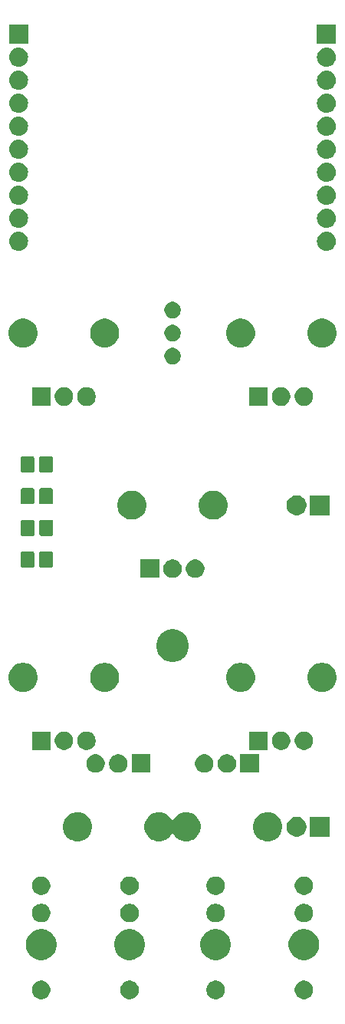
<source format=gts>
G04 #@! TF.GenerationSoftware,KiCad,Pcbnew,(5.0.2)-1*
G04 #@! TF.CreationDate,2019-04-06T15:29:36+02:00*
G04 #@! TF.ProjectId,Corona_controlBoard,436f726f-6e61-45f6-936f-6e74726f6c42,1*
G04 #@! TF.SameCoordinates,Original*
G04 #@! TF.FileFunction,Soldermask,Top*
G04 #@! TF.FilePolarity,Negative*
%FSLAX46Y46*%
G04 Gerber Fmt 4.6, Leading zero omitted, Abs format (unit mm)*
G04 Created by KiCad (PCBNEW (5.0.2)-1) date 6-4-2019 15:29:36*
%MOMM*%
%LPD*%
G01*
G04 APERTURE LIST*
%ADD10C,0.100000*%
G04 APERTURE END LIST*
D10*
G36*
X14548757Y-106013850D02*
X14735155Y-106091058D01*
X14902912Y-106203150D01*
X15045570Y-106345808D01*
X15157662Y-106513565D01*
X15234870Y-106699963D01*
X15274230Y-106897841D01*
X15274230Y-107099599D01*
X15234870Y-107297477D01*
X15157662Y-107483875D01*
X15045570Y-107651632D01*
X14902912Y-107794290D01*
X14735155Y-107906382D01*
X14548757Y-107983590D01*
X14350879Y-108022950D01*
X14149121Y-108022950D01*
X13951243Y-107983590D01*
X13764845Y-107906382D01*
X13597088Y-107794290D01*
X13454430Y-107651632D01*
X13342338Y-107483875D01*
X13265130Y-107297477D01*
X13225770Y-107099599D01*
X13225770Y-106897841D01*
X13265130Y-106699963D01*
X13342338Y-106513565D01*
X13454430Y-106345808D01*
X13597088Y-106203150D01*
X13764845Y-106091058D01*
X13951243Y-106013850D01*
X14149121Y-105974490D01*
X14350879Y-105974490D01*
X14548757Y-106013850D01*
X14548757Y-106013850D01*
G37*
G36*
X24048757Y-106013850D02*
X24235155Y-106091058D01*
X24402912Y-106203150D01*
X24545570Y-106345808D01*
X24657662Y-106513565D01*
X24734870Y-106699963D01*
X24774230Y-106897841D01*
X24774230Y-107099599D01*
X24734870Y-107297477D01*
X24657662Y-107483875D01*
X24545570Y-107651632D01*
X24402912Y-107794290D01*
X24235155Y-107906382D01*
X24048757Y-107983590D01*
X23850879Y-108022950D01*
X23649121Y-108022950D01*
X23451243Y-107983590D01*
X23264845Y-107906382D01*
X23097088Y-107794290D01*
X22954430Y-107651632D01*
X22842338Y-107483875D01*
X22765130Y-107297477D01*
X22725770Y-107099599D01*
X22725770Y-106897841D01*
X22765130Y-106699963D01*
X22842338Y-106513565D01*
X22954430Y-106345808D01*
X23097088Y-106203150D01*
X23264845Y-106091058D01*
X23451243Y-106013850D01*
X23649121Y-105974490D01*
X23850879Y-105974490D01*
X24048757Y-106013850D01*
X24048757Y-106013850D01*
G37*
G36*
X4798757Y-106013850D02*
X4985155Y-106091058D01*
X5152912Y-106203150D01*
X5295570Y-106345808D01*
X5407662Y-106513565D01*
X5484870Y-106699963D01*
X5524230Y-106897841D01*
X5524230Y-107099599D01*
X5484870Y-107297477D01*
X5407662Y-107483875D01*
X5295570Y-107651632D01*
X5152912Y-107794290D01*
X4985155Y-107906382D01*
X4798757Y-107983590D01*
X4600879Y-108022950D01*
X4399121Y-108022950D01*
X4201243Y-107983590D01*
X4014845Y-107906382D01*
X3847088Y-107794290D01*
X3704430Y-107651632D01*
X3592338Y-107483875D01*
X3515130Y-107297477D01*
X3475770Y-107099599D01*
X3475770Y-106897841D01*
X3515130Y-106699963D01*
X3592338Y-106513565D01*
X3704430Y-106345808D01*
X3847088Y-106203150D01*
X4014845Y-106091058D01*
X4201243Y-106013850D01*
X4399121Y-105974490D01*
X4600879Y-105974490D01*
X4798757Y-106013850D01*
X4798757Y-106013850D01*
G37*
G36*
X33798757Y-106013850D02*
X33985155Y-106091058D01*
X34152912Y-106203150D01*
X34295570Y-106345808D01*
X34407662Y-106513565D01*
X34484870Y-106699963D01*
X34524230Y-106897841D01*
X34524230Y-107099599D01*
X34484870Y-107297477D01*
X34407662Y-107483875D01*
X34295570Y-107651632D01*
X34152912Y-107794290D01*
X33985155Y-107906382D01*
X33798757Y-107983590D01*
X33600879Y-108022950D01*
X33399121Y-108022950D01*
X33201243Y-107983590D01*
X33014845Y-107906382D01*
X32847088Y-107794290D01*
X32704430Y-107651632D01*
X32592338Y-107483875D01*
X32515130Y-107297477D01*
X32475770Y-107099599D01*
X32475770Y-106897841D01*
X32515130Y-106699963D01*
X32592338Y-106513565D01*
X32704430Y-106345808D01*
X32847088Y-106203150D01*
X33014845Y-106091058D01*
X33201243Y-106013850D01*
X33399121Y-105974490D01*
X33600879Y-105974490D01*
X33798757Y-106013850D01*
X33798757Y-106013850D01*
G37*
G36*
X33886393Y-100343553D02*
X33995872Y-100365330D01*
X34305252Y-100493479D01*
X34583687Y-100679523D01*
X34820477Y-100916313D01*
X35006521Y-101194748D01*
X35134670Y-101504128D01*
X35200000Y-101832565D01*
X35200000Y-102167435D01*
X35134670Y-102495872D01*
X35006521Y-102805252D01*
X34820477Y-103083687D01*
X34583687Y-103320477D01*
X34305252Y-103506521D01*
X33995872Y-103634670D01*
X33886393Y-103656447D01*
X33667437Y-103700000D01*
X33332563Y-103700000D01*
X33113607Y-103656447D01*
X33004128Y-103634670D01*
X32694748Y-103506521D01*
X32416313Y-103320477D01*
X32179523Y-103083687D01*
X31993479Y-102805252D01*
X31865330Y-102495872D01*
X31800000Y-102167435D01*
X31800000Y-101832565D01*
X31865330Y-101504128D01*
X31993479Y-101194748D01*
X32179523Y-100916313D01*
X32416313Y-100679523D01*
X32694748Y-100493479D01*
X33004128Y-100365330D01*
X33113607Y-100343553D01*
X33332563Y-100300000D01*
X33667437Y-100300000D01*
X33886393Y-100343553D01*
X33886393Y-100343553D01*
G37*
G36*
X14636393Y-100343553D02*
X14745872Y-100365330D01*
X15055252Y-100493479D01*
X15333687Y-100679523D01*
X15570477Y-100916313D01*
X15756521Y-101194748D01*
X15884670Y-101504128D01*
X15950000Y-101832565D01*
X15950000Y-102167435D01*
X15884670Y-102495872D01*
X15756521Y-102805252D01*
X15570477Y-103083687D01*
X15333687Y-103320477D01*
X15055252Y-103506521D01*
X14745872Y-103634670D01*
X14636393Y-103656447D01*
X14417437Y-103700000D01*
X14082563Y-103700000D01*
X13863607Y-103656447D01*
X13754128Y-103634670D01*
X13444748Y-103506521D01*
X13166313Y-103320477D01*
X12929523Y-103083687D01*
X12743479Y-102805252D01*
X12615330Y-102495872D01*
X12550000Y-102167435D01*
X12550000Y-101832565D01*
X12615330Y-101504128D01*
X12743479Y-101194748D01*
X12929523Y-100916313D01*
X13166313Y-100679523D01*
X13444748Y-100493479D01*
X13754128Y-100365330D01*
X13863607Y-100343553D01*
X14082563Y-100300000D01*
X14417437Y-100300000D01*
X14636393Y-100343553D01*
X14636393Y-100343553D01*
G37*
G36*
X24136393Y-100343553D02*
X24245872Y-100365330D01*
X24555252Y-100493479D01*
X24833687Y-100679523D01*
X25070477Y-100916313D01*
X25256521Y-101194748D01*
X25384670Y-101504128D01*
X25450000Y-101832565D01*
X25450000Y-102167435D01*
X25384670Y-102495872D01*
X25256521Y-102805252D01*
X25070477Y-103083687D01*
X24833687Y-103320477D01*
X24555252Y-103506521D01*
X24245872Y-103634670D01*
X24136393Y-103656447D01*
X23917437Y-103700000D01*
X23582563Y-103700000D01*
X23363607Y-103656447D01*
X23254128Y-103634670D01*
X22944748Y-103506521D01*
X22666313Y-103320477D01*
X22429523Y-103083687D01*
X22243479Y-102805252D01*
X22115330Y-102495872D01*
X22050000Y-102167435D01*
X22050000Y-101832565D01*
X22115330Y-101504128D01*
X22243479Y-101194748D01*
X22429523Y-100916313D01*
X22666313Y-100679523D01*
X22944748Y-100493479D01*
X23254128Y-100365330D01*
X23363607Y-100343553D01*
X23582563Y-100300000D01*
X23917437Y-100300000D01*
X24136393Y-100343553D01*
X24136393Y-100343553D01*
G37*
G36*
X4886393Y-100343553D02*
X4995872Y-100365330D01*
X5305252Y-100493479D01*
X5583687Y-100679523D01*
X5820477Y-100916313D01*
X6006521Y-101194748D01*
X6134670Y-101504128D01*
X6200000Y-101832565D01*
X6200000Y-102167435D01*
X6134670Y-102495872D01*
X6006521Y-102805252D01*
X5820477Y-103083687D01*
X5583687Y-103320477D01*
X5305252Y-103506521D01*
X4995872Y-103634670D01*
X4886393Y-103656447D01*
X4667437Y-103700000D01*
X4332563Y-103700000D01*
X4113607Y-103656447D01*
X4004128Y-103634670D01*
X3694748Y-103506521D01*
X3416313Y-103320477D01*
X3179523Y-103083687D01*
X2993479Y-102805252D01*
X2865330Y-102495872D01*
X2800000Y-102167435D01*
X2800000Y-101832565D01*
X2865330Y-101504128D01*
X2993479Y-101194748D01*
X3179523Y-100916313D01*
X3416313Y-100679523D01*
X3694748Y-100493479D01*
X4004128Y-100365330D01*
X4113607Y-100343553D01*
X4332563Y-100300000D01*
X4667437Y-100300000D01*
X4886393Y-100343553D01*
X4886393Y-100343553D01*
G37*
G36*
X14548757Y-97517550D02*
X14735155Y-97594758D01*
X14902912Y-97706850D01*
X15045570Y-97849508D01*
X15157662Y-98017265D01*
X15234870Y-98203663D01*
X15274230Y-98401541D01*
X15274230Y-98603299D01*
X15234870Y-98801177D01*
X15157662Y-98987575D01*
X15045570Y-99155332D01*
X14902912Y-99297990D01*
X14735155Y-99410082D01*
X14548757Y-99487290D01*
X14350879Y-99526650D01*
X14149121Y-99526650D01*
X13951243Y-99487290D01*
X13764845Y-99410082D01*
X13597088Y-99297990D01*
X13454430Y-99155332D01*
X13342338Y-98987575D01*
X13265130Y-98801177D01*
X13225770Y-98603299D01*
X13225770Y-98401541D01*
X13265130Y-98203663D01*
X13342338Y-98017265D01*
X13454430Y-97849508D01*
X13597088Y-97706850D01*
X13764845Y-97594758D01*
X13951243Y-97517550D01*
X14149121Y-97478190D01*
X14350879Y-97478190D01*
X14548757Y-97517550D01*
X14548757Y-97517550D01*
G37*
G36*
X33798757Y-97517550D02*
X33985155Y-97594758D01*
X34152912Y-97706850D01*
X34295570Y-97849508D01*
X34407662Y-98017265D01*
X34484870Y-98203663D01*
X34524230Y-98401541D01*
X34524230Y-98603299D01*
X34484870Y-98801177D01*
X34407662Y-98987575D01*
X34295570Y-99155332D01*
X34152912Y-99297990D01*
X33985155Y-99410082D01*
X33798757Y-99487290D01*
X33600879Y-99526650D01*
X33399121Y-99526650D01*
X33201243Y-99487290D01*
X33014845Y-99410082D01*
X32847088Y-99297990D01*
X32704430Y-99155332D01*
X32592338Y-98987575D01*
X32515130Y-98801177D01*
X32475770Y-98603299D01*
X32475770Y-98401541D01*
X32515130Y-98203663D01*
X32592338Y-98017265D01*
X32704430Y-97849508D01*
X32847088Y-97706850D01*
X33014845Y-97594758D01*
X33201243Y-97517550D01*
X33399121Y-97478190D01*
X33600879Y-97478190D01*
X33798757Y-97517550D01*
X33798757Y-97517550D01*
G37*
G36*
X24048757Y-97517550D02*
X24235155Y-97594758D01*
X24402912Y-97706850D01*
X24545570Y-97849508D01*
X24657662Y-98017265D01*
X24734870Y-98203663D01*
X24774230Y-98401541D01*
X24774230Y-98603299D01*
X24734870Y-98801177D01*
X24657662Y-98987575D01*
X24545570Y-99155332D01*
X24402912Y-99297990D01*
X24235155Y-99410082D01*
X24048757Y-99487290D01*
X23850879Y-99526650D01*
X23649121Y-99526650D01*
X23451243Y-99487290D01*
X23264845Y-99410082D01*
X23097088Y-99297990D01*
X22954430Y-99155332D01*
X22842338Y-98987575D01*
X22765130Y-98801177D01*
X22725770Y-98603299D01*
X22725770Y-98401541D01*
X22765130Y-98203663D01*
X22842338Y-98017265D01*
X22954430Y-97849508D01*
X23097088Y-97706850D01*
X23264845Y-97594758D01*
X23451243Y-97517550D01*
X23649121Y-97478190D01*
X23850879Y-97478190D01*
X24048757Y-97517550D01*
X24048757Y-97517550D01*
G37*
G36*
X4798757Y-97517550D02*
X4985155Y-97594758D01*
X5152912Y-97706850D01*
X5295570Y-97849508D01*
X5407662Y-98017265D01*
X5484870Y-98203663D01*
X5524230Y-98401541D01*
X5524230Y-98603299D01*
X5484870Y-98801177D01*
X5407662Y-98987575D01*
X5295570Y-99155332D01*
X5152912Y-99297990D01*
X4985155Y-99410082D01*
X4798757Y-99487290D01*
X4600879Y-99526650D01*
X4399121Y-99526650D01*
X4201243Y-99487290D01*
X4014845Y-99410082D01*
X3847088Y-99297990D01*
X3704430Y-99155332D01*
X3592338Y-98987575D01*
X3515130Y-98801177D01*
X3475770Y-98603299D01*
X3475770Y-98401541D01*
X3515130Y-98203663D01*
X3592338Y-98017265D01*
X3704430Y-97849508D01*
X3847088Y-97706850D01*
X4014845Y-97594758D01*
X4201243Y-97517550D01*
X4399121Y-97478190D01*
X4600879Y-97478190D01*
X4798757Y-97517550D01*
X4798757Y-97517550D01*
G37*
G36*
X24048757Y-94515270D02*
X24235155Y-94592478D01*
X24402912Y-94704570D01*
X24545570Y-94847228D01*
X24657662Y-95014985D01*
X24734870Y-95201383D01*
X24774230Y-95399261D01*
X24774230Y-95601019D01*
X24734870Y-95798897D01*
X24657662Y-95985295D01*
X24545570Y-96153052D01*
X24402912Y-96295710D01*
X24235155Y-96407802D01*
X24048757Y-96485010D01*
X23850879Y-96524370D01*
X23649121Y-96524370D01*
X23451243Y-96485010D01*
X23264845Y-96407802D01*
X23097088Y-96295710D01*
X22954430Y-96153052D01*
X22842338Y-95985295D01*
X22765130Y-95798897D01*
X22725770Y-95601019D01*
X22725770Y-95399261D01*
X22765130Y-95201383D01*
X22842338Y-95014985D01*
X22954430Y-94847228D01*
X23097088Y-94704570D01*
X23264845Y-94592478D01*
X23451243Y-94515270D01*
X23649121Y-94475910D01*
X23850879Y-94475910D01*
X24048757Y-94515270D01*
X24048757Y-94515270D01*
G37*
G36*
X14548757Y-94515270D02*
X14735155Y-94592478D01*
X14902912Y-94704570D01*
X15045570Y-94847228D01*
X15157662Y-95014985D01*
X15234870Y-95201383D01*
X15274230Y-95399261D01*
X15274230Y-95601019D01*
X15234870Y-95798897D01*
X15157662Y-95985295D01*
X15045570Y-96153052D01*
X14902912Y-96295710D01*
X14735155Y-96407802D01*
X14548757Y-96485010D01*
X14350879Y-96524370D01*
X14149121Y-96524370D01*
X13951243Y-96485010D01*
X13764845Y-96407802D01*
X13597088Y-96295710D01*
X13454430Y-96153052D01*
X13342338Y-95985295D01*
X13265130Y-95798897D01*
X13225770Y-95601019D01*
X13225770Y-95399261D01*
X13265130Y-95201383D01*
X13342338Y-95014985D01*
X13454430Y-94847228D01*
X13597088Y-94704570D01*
X13764845Y-94592478D01*
X13951243Y-94515270D01*
X14149121Y-94475910D01*
X14350879Y-94475910D01*
X14548757Y-94515270D01*
X14548757Y-94515270D01*
G37*
G36*
X4798757Y-94515270D02*
X4985155Y-94592478D01*
X5152912Y-94704570D01*
X5295570Y-94847228D01*
X5407662Y-95014985D01*
X5484870Y-95201383D01*
X5524230Y-95399261D01*
X5524230Y-95601019D01*
X5484870Y-95798897D01*
X5407662Y-95985295D01*
X5295570Y-96153052D01*
X5152912Y-96295710D01*
X4985155Y-96407802D01*
X4798757Y-96485010D01*
X4600879Y-96524370D01*
X4399121Y-96524370D01*
X4201243Y-96485010D01*
X4014845Y-96407802D01*
X3847088Y-96295710D01*
X3704430Y-96153052D01*
X3592338Y-95985295D01*
X3515130Y-95798897D01*
X3475770Y-95601019D01*
X3475770Y-95399261D01*
X3515130Y-95201383D01*
X3592338Y-95014985D01*
X3704430Y-94847228D01*
X3847088Y-94704570D01*
X4014845Y-94592478D01*
X4201243Y-94515270D01*
X4399121Y-94475910D01*
X4600879Y-94475910D01*
X4798757Y-94515270D01*
X4798757Y-94515270D01*
G37*
G36*
X33798757Y-94515270D02*
X33985155Y-94592478D01*
X34152912Y-94704570D01*
X34295570Y-94847228D01*
X34407662Y-95014985D01*
X34484870Y-95201383D01*
X34524230Y-95399261D01*
X34524230Y-95601019D01*
X34484870Y-95798897D01*
X34407662Y-95985295D01*
X34295570Y-96153052D01*
X34152912Y-96295710D01*
X33985155Y-96407802D01*
X33798757Y-96485010D01*
X33600879Y-96524370D01*
X33399121Y-96524370D01*
X33201243Y-96485010D01*
X33014845Y-96407802D01*
X32847088Y-96295710D01*
X32704430Y-96153052D01*
X32592338Y-95985295D01*
X32515130Y-95798897D01*
X32475770Y-95601019D01*
X32475770Y-95399261D01*
X32515130Y-95201383D01*
X32592338Y-95014985D01*
X32704430Y-94847228D01*
X32847088Y-94704570D01*
X33014845Y-94592478D01*
X33201243Y-94515270D01*
X33399121Y-94475910D01*
X33600879Y-94475910D01*
X33798757Y-94515270D01*
X33798757Y-94515270D01*
G37*
G36*
X29809899Y-87433686D02*
X29964168Y-87464372D01*
X30084552Y-87514237D01*
X30254802Y-87584756D01*
X30516371Y-87759531D01*
X30738809Y-87981969D01*
X30913584Y-88243538D01*
X30936470Y-88298791D01*
X31033968Y-88534172D01*
X31095340Y-88842709D01*
X31095340Y-89157291D01*
X31033968Y-89465828D01*
X31011096Y-89521045D01*
X30913584Y-89756462D01*
X30738809Y-90018031D01*
X30516371Y-90240469D01*
X30254802Y-90415244D01*
X30084552Y-90485763D01*
X29964168Y-90535628D01*
X29655632Y-90597000D01*
X29341048Y-90597000D01*
X29032512Y-90535628D01*
X28912128Y-90485763D01*
X28741878Y-90415244D01*
X28480309Y-90240469D01*
X28257871Y-90018031D01*
X28083096Y-89756462D01*
X27985584Y-89521045D01*
X27962712Y-89465828D01*
X27901340Y-89157291D01*
X27901340Y-88842709D01*
X27962712Y-88534172D01*
X28060210Y-88298791D01*
X28083096Y-88243538D01*
X28257871Y-87981969D01*
X28480309Y-87759531D01*
X28741878Y-87584756D01*
X28912128Y-87514237D01*
X29032512Y-87464372D01*
X29186781Y-87433686D01*
X29341048Y-87403000D01*
X29655632Y-87403000D01*
X29809899Y-87433686D01*
X29809899Y-87433686D01*
G37*
G36*
X8813219Y-87433686D02*
X8967488Y-87464372D01*
X9087872Y-87514237D01*
X9258122Y-87584756D01*
X9519691Y-87759531D01*
X9742129Y-87981969D01*
X9916904Y-88243538D01*
X9939790Y-88298791D01*
X10037288Y-88534172D01*
X10098660Y-88842709D01*
X10098660Y-89157291D01*
X10037288Y-89465828D01*
X10014416Y-89521045D01*
X9916904Y-89756462D01*
X9742129Y-90018031D01*
X9519691Y-90240469D01*
X9258122Y-90415244D01*
X9087872Y-90485763D01*
X8967488Y-90535628D01*
X8658952Y-90597000D01*
X8344368Y-90597000D01*
X8035832Y-90535628D01*
X7915448Y-90485763D01*
X7745198Y-90415244D01*
X7483629Y-90240469D01*
X7261191Y-90018031D01*
X7086416Y-89756462D01*
X6988904Y-89521045D01*
X6966032Y-89465828D01*
X6904660Y-89157291D01*
X6904660Y-88842709D01*
X6966032Y-88534172D01*
X7063530Y-88298791D01*
X7086416Y-88243538D01*
X7261191Y-87981969D01*
X7483629Y-87759531D01*
X7745198Y-87584756D01*
X7915448Y-87514237D01*
X8035832Y-87464372D01*
X8190101Y-87433686D01*
X8344368Y-87403000D01*
X8658952Y-87403000D01*
X8813219Y-87433686D01*
X8813219Y-87433686D01*
G37*
G36*
X17809899Y-87433686D02*
X17964168Y-87464372D01*
X18084552Y-87514237D01*
X18254802Y-87584756D01*
X18516371Y-87759531D01*
X18738809Y-87981969D01*
X18896066Y-88217320D01*
X18911612Y-88236262D01*
X18930554Y-88251808D01*
X18952165Y-88263359D01*
X18975614Y-88270472D01*
X19000000Y-88272874D01*
X19024386Y-88270472D01*
X19047836Y-88263359D01*
X19069446Y-88251808D01*
X19088388Y-88236262D01*
X19103934Y-88217320D01*
X19261191Y-87981969D01*
X19483629Y-87759531D01*
X19745198Y-87584756D01*
X19915448Y-87514237D01*
X20035832Y-87464372D01*
X20190101Y-87433686D01*
X20344368Y-87403000D01*
X20658952Y-87403000D01*
X20813219Y-87433686D01*
X20967488Y-87464372D01*
X21087872Y-87514237D01*
X21258122Y-87584756D01*
X21519691Y-87759531D01*
X21742129Y-87981969D01*
X21916904Y-88243538D01*
X21939790Y-88298791D01*
X22037288Y-88534172D01*
X22098660Y-88842709D01*
X22098660Y-89157291D01*
X22037288Y-89465828D01*
X22014416Y-89521045D01*
X21916904Y-89756462D01*
X21742129Y-90018031D01*
X21519691Y-90240469D01*
X21258122Y-90415244D01*
X21087872Y-90485763D01*
X20967488Y-90535628D01*
X20658952Y-90597000D01*
X20344368Y-90597000D01*
X20035832Y-90535628D01*
X19915448Y-90485763D01*
X19745198Y-90415244D01*
X19483629Y-90240469D01*
X19261191Y-90018031D01*
X19103934Y-89782680D01*
X19088388Y-89763738D01*
X19069446Y-89748192D01*
X19047835Y-89736641D01*
X19024386Y-89729528D01*
X19000000Y-89727126D01*
X18975614Y-89729528D01*
X18952164Y-89736641D01*
X18930554Y-89748192D01*
X18911612Y-89763738D01*
X18896066Y-89782680D01*
X18738809Y-90018031D01*
X18516371Y-90240469D01*
X18254802Y-90415244D01*
X18084552Y-90485763D01*
X17964168Y-90535628D01*
X17655632Y-90597000D01*
X17341048Y-90597000D01*
X17032512Y-90535628D01*
X16912128Y-90485763D01*
X16741878Y-90415244D01*
X16480309Y-90240469D01*
X16257871Y-90018031D01*
X16083096Y-89756462D01*
X15985584Y-89521045D01*
X15962712Y-89465828D01*
X15901340Y-89157291D01*
X15901340Y-88842709D01*
X15962712Y-88534172D01*
X16060210Y-88298791D01*
X16083096Y-88243538D01*
X16257871Y-87981969D01*
X16480309Y-87759531D01*
X16741878Y-87584756D01*
X16912128Y-87514237D01*
X17032512Y-87464372D01*
X17186781Y-87433686D01*
X17341048Y-87403000D01*
X17655632Y-87403000D01*
X17809899Y-87433686D01*
X17809899Y-87433686D01*
G37*
G36*
X33030857Y-87942272D02*
X33231042Y-88025191D01*
X33411213Y-88145578D01*
X33564422Y-88298787D01*
X33684809Y-88478958D01*
X33767728Y-88679143D01*
X33810000Y-88891658D01*
X33810000Y-89108342D01*
X33767728Y-89320857D01*
X33684809Y-89521042D01*
X33564422Y-89701213D01*
X33411213Y-89854422D01*
X33231042Y-89974809D01*
X33030857Y-90057728D01*
X32818342Y-90100000D01*
X32601658Y-90100000D01*
X32389143Y-90057728D01*
X32188958Y-89974809D01*
X32008787Y-89854422D01*
X31855578Y-89701213D01*
X31735191Y-89521042D01*
X31652272Y-89320857D01*
X31610000Y-89108342D01*
X31610000Y-88891658D01*
X31652272Y-88679143D01*
X31735191Y-88478958D01*
X31855578Y-88298787D01*
X32008787Y-88145578D01*
X32188958Y-88025191D01*
X32389143Y-87942272D01*
X32601658Y-87900000D01*
X32818342Y-87900000D01*
X33030857Y-87942272D01*
X33030857Y-87942272D01*
G37*
G36*
X36350000Y-90100000D02*
X34150000Y-90100000D01*
X34150000Y-87900000D01*
X36350000Y-87900000D01*
X36350000Y-90100000D01*
X36350000Y-90100000D01*
G37*
G36*
X28523590Y-83026530D02*
X26475130Y-83026530D01*
X26475130Y-80978070D01*
X28523590Y-80978070D01*
X28523590Y-83026530D01*
X28523590Y-83026530D01*
G37*
G36*
X10799397Y-81017430D02*
X10985795Y-81094638D01*
X11153552Y-81206730D01*
X11296210Y-81349388D01*
X11408302Y-81517145D01*
X11485510Y-81703543D01*
X11524870Y-81901421D01*
X11524870Y-82103179D01*
X11485510Y-82301057D01*
X11408302Y-82487455D01*
X11296210Y-82655212D01*
X11153552Y-82797870D01*
X10985795Y-82909962D01*
X10799397Y-82987170D01*
X10601519Y-83026530D01*
X10399761Y-83026530D01*
X10201883Y-82987170D01*
X10015485Y-82909962D01*
X9847728Y-82797870D01*
X9705070Y-82655212D01*
X9592978Y-82487455D01*
X9515770Y-82301057D01*
X9476410Y-82103179D01*
X9476410Y-81901421D01*
X9515770Y-81703543D01*
X9592978Y-81517145D01*
X9705070Y-81349388D01*
X9847728Y-81206730D01*
X10015485Y-81094638D01*
X10201883Y-81017430D01*
X10399761Y-80978070D01*
X10601519Y-80978070D01*
X10799397Y-81017430D01*
X10799397Y-81017430D01*
G37*
G36*
X13298757Y-81017430D02*
X13485155Y-81094638D01*
X13652912Y-81206730D01*
X13795570Y-81349388D01*
X13907662Y-81517145D01*
X13984870Y-81703543D01*
X14024230Y-81901421D01*
X14024230Y-82103179D01*
X13984870Y-82301057D01*
X13907662Y-82487455D01*
X13795570Y-82655212D01*
X13652912Y-82797870D01*
X13485155Y-82909962D01*
X13298757Y-82987170D01*
X13100879Y-83026530D01*
X12899121Y-83026530D01*
X12701243Y-82987170D01*
X12514845Y-82909962D01*
X12347088Y-82797870D01*
X12204430Y-82655212D01*
X12092338Y-82487455D01*
X12015130Y-82301057D01*
X11975770Y-82103179D01*
X11975770Y-81901421D01*
X12015130Y-81703543D01*
X12092338Y-81517145D01*
X12204430Y-81349388D01*
X12347088Y-81206730D01*
X12514845Y-81094638D01*
X12701243Y-81017430D01*
X12899121Y-80978070D01*
X13100879Y-80978070D01*
X13298757Y-81017430D01*
X13298757Y-81017430D01*
G37*
G36*
X22799397Y-81017430D02*
X22985795Y-81094638D01*
X23153552Y-81206730D01*
X23296210Y-81349388D01*
X23408302Y-81517145D01*
X23485510Y-81703543D01*
X23524870Y-81901421D01*
X23524870Y-82103179D01*
X23485510Y-82301057D01*
X23408302Y-82487455D01*
X23296210Y-82655212D01*
X23153552Y-82797870D01*
X22985795Y-82909962D01*
X22799397Y-82987170D01*
X22601519Y-83026530D01*
X22399761Y-83026530D01*
X22201883Y-82987170D01*
X22015485Y-82909962D01*
X21847728Y-82797870D01*
X21705070Y-82655212D01*
X21592978Y-82487455D01*
X21515770Y-82301057D01*
X21476410Y-82103179D01*
X21476410Y-81901421D01*
X21515770Y-81703543D01*
X21592978Y-81517145D01*
X21705070Y-81349388D01*
X21847728Y-81206730D01*
X22015485Y-81094638D01*
X22201883Y-81017430D01*
X22399761Y-80978070D01*
X22601519Y-80978070D01*
X22799397Y-81017430D01*
X22799397Y-81017430D01*
G37*
G36*
X25298757Y-81017430D02*
X25485155Y-81094638D01*
X25652912Y-81206730D01*
X25795570Y-81349388D01*
X25907662Y-81517145D01*
X25984870Y-81703543D01*
X26024230Y-81901421D01*
X26024230Y-82103179D01*
X25984870Y-82301057D01*
X25907662Y-82487455D01*
X25795570Y-82655212D01*
X25652912Y-82797870D01*
X25485155Y-82909962D01*
X25298757Y-82987170D01*
X25100879Y-83026530D01*
X24899121Y-83026530D01*
X24701243Y-82987170D01*
X24514845Y-82909962D01*
X24347088Y-82797870D01*
X24204430Y-82655212D01*
X24092338Y-82487455D01*
X24015130Y-82301057D01*
X23975770Y-82103179D01*
X23975770Y-81901421D01*
X24015130Y-81703543D01*
X24092338Y-81517145D01*
X24204430Y-81349388D01*
X24347088Y-81206730D01*
X24514845Y-81094638D01*
X24701243Y-81017430D01*
X24899121Y-80978070D01*
X25100879Y-80978070D01*
X25298757Y-81017430D01*
X25298757Y-81017430D01*
G37*
G36*
X16523590Y-83026530D02*
X14475130Y-83026530D01*
X14475130Y-80978070D01*
X16523590Y-80978070D01*
X16523590Y-83026530D01*
X16523590Y-83026530D01*
G37*
G36*
X9798117Y-78512830D02*
X9984515Y-78590038D01*
X10152272Y-78702130D01*
X10294930Y-78844788D01*
X10407022Y-79012545D01*
X10484230Y-79198943D01*
X10523590Y-79396821D01*
X10523590Y-79598579D01*
X10484230Y-79796457D01*
X10407022Y-79982855D01*
X10294930Y-80150612D01*
X10152272Y-80293270D01*
X9984515Y-80405362D01*
X9798117Y-80482570D01*
X9600239Y-80521930D01*
X9398481Y-80521930D01*
X9200603Y-80482570D01*
X9014205Y-80405362D01*
X8846448Y-80293270D01*
X8703790Y-80150612D01*
X8591698Y-79982855D01*
X8514490Y-79796457D01*
X8475130Y-79598579D01*
X8475130Y-79396821D01*
X8514490Y-79198943D01*
X8591698Y-79012545D01*
X8703790Y-78844788D01*
X8846448Y-78702130D01*
X9014205Y-78590038D01*
X9200603Y-78512830D01*
X9398481Y-78473470D01*
X9600239Y-78473470D01*
X9798117Y-78512830D01*
X9798117Y-78512830D01*
G37*
G36*
X7298757Y-78512830D02*
X7485155Y-78590038D01*
X7652912Y-78702130D01*
X7795570Y-78844788D01*
X7907662Y-79012545D01*
X7984870Y-79198943D01*
X8024230Y-79396821D01*
X8024230Y-79598579D01*
X7984870Y-79796457D01*
X7907662Y-79982855D01*
X7795570Y-80150612D01*
X7652912Y-80293270D01*
X7485155Y-80405362D01*
X7298757Y-80482570D01*
X7100879Y-80521930D01*
X6899121Y-80521930D01*
X6701243Y-80482570D01*
X6514845Y-80405362D01*
X6347088Y-80293270D01*
X6204430Y-80150612D01*
X6092338Y-79982855D01*
X6015130Y-79796457D01*
X5975770Y-79598579D01*
X5975770Y-79396821D01*
X6015130Y-79198943D01*
X6092338Y-79012545D01*
X6204430Y-78844788D01*
X6347088Y-78702130D01*
X6514845Y-78590038D01*
X6701243Y-78512830D01*
X6899121Y-78473470D01*
X7100879Y-78473470D01*
X7298757Y-78512830D01*
X7298757Y-78512830D01*
G37*
G36*
X5524870Y-80521930D02*
X3476410Y-80521930D01*
X3476410Y-78473470D01*
X5524870Y-78473470D01*
X5524870Y-80521930D01*
X5524870Y-80521930D01*
G37*
G36*
X33798117Y-78512830D02*
X33984515Y-78590038D01*
X34152272Y-78702130D01*
X34294930Y-78844788D01*
X34407022Y-79012545D01*
X34484230Y-79198943D01*
X34523590Y-79396821D01*
X34523590Y-79598579D01*
X34484230Y-79796457D01*
X34407022Y-79982855D01*
X34294930Y-80150612D01*
X34152272Y-80293270D01*
X33984515Y-80405362D01*
X33798117Y-80482570D01*
X33600239Y-80521930D01*
X33398481Y-80521930D01*
X33200603Y-80482570D01*
X33014205Y-80405362D01*
X32846448Y-80293270D01*
X32703790Y-80150612D01*
X32591698Y-79982855D01*
X32514490Y-79796457D01*
X32475130Y-79598579D01*
X32475130Y-79396821D01*
X32514490Y-79198943D01*
X32591698Y-79012545D01*
X32703790Y-78844788D01*
X32846448Y-78702130D01*
X33014205Y-78590038D01*
X33200603Y-78512830D01*
X33398481Y-78473470D01*
X33600239Y-78473470D01*
X33798117Y-78512830D01*
X33798117Y-78512830D01*
G37*
G36*
X31298757Y-78512830D02*
X31485155Y-78590038D01*
X31652912Y-78702130D01*
X31795570Y-78844788D01*
X31907662Y-79012545D01*
X31984870Y-79198943D01*
X32024230Y-79396821D01*
X32024230Y-79598579D01*
X31984870Y-79796457D01*
X31907662Y-79982855D01*
X31795570Y-80150612D01*
X31652912Y-80293270D01*
X31485155Y-80405362D01*
X31298757Y-80482570D01*
X31100879Y-80521930D01*
X30899121Y-80521930D01*
X30701243Y-80482570D01*
X30514845Y-80405362D01*
X30347088Y-80293270D01*
X30204430Y-80150612D01*
X30092338Y-79982855D01*
X30015130Y-79796457D01*
X29975770Y-79598579D01*
X29975770Y-79396821D01*
X30015130Y-79198943D01*
X30092338Y-79012545D01*
X30204430Y-78844788D01*
X30347088Y-78702130D01*
X30514845Y-78590038D01*
X30701243Y-78512830D01*
X30899121Y-78473470D01*
X31100879Y-78473470D01*
X31298757Y-78512830D01*
X31298757Y-78512830D01*
G37*
G36*
X29524870Y-80521930D02*
X27476410Y-80521930D01*
X27476410Y-78473470D01*
X29524870Y-78473470D01*
X29524870Y-80521930D01*
X29524870Y-80521930D01*
G37*
G36*
X35809899Y-70933686D02*
X35964168Y-70964372D01*
X36084552Y-71014237D01*
X36254802Y-71084756D01*
X36516371Y-71259531D01*
X36738809Y-71481969D01*
X36913584Y-71743538D01*
X37033968Y-72034173D01*
X37095340Y-72342708D01*
X37095340Y-72657292D01*
X37033968Y-72965827D01*
X36913584Y-73256462D01*
X36738809Y-73518031D01*
X36516371Y-73740469D01*
X36254802Y-73915244D01*
X36084552Y-73985763D01*
X35964168Y-74035628D01*
X35809899Y-74066314D01*
X35655632Y-74097000D01*
X35341048Y-74097000D01*
X35186781Y-74066314D01*
X35032512Y-74035628D01*
X34912128Y-73985763D01*
X34741878Y-73915244D01*
X34480309Y-73740469D01*
X34257871Y-73518031D01*
X34083096Y-73256462D01*
X33962712Y-72965827D01*
X33901340Y-72657292D01*
X33901340Y-72342708D01*
X33962712Y-72034173D01*
X34083096Y-71743538D01*
X34257871Y-71481969D01*
X34480309Y-71259531D01*
X34741878Y-71084756D01*
X34912128Y-71014237D01*
X35032512Y-70964372D01*
X35186781Y-70933686D01*
X35341048Y-70903000D01*
X35655632Y-70903000D01*
X35809899Y-70933686D01*
X35809899Y-70933686D01*
G37*
G36*
X11809899Y-70933686D02*
X11964168Y-70964372D01*
X12084552Y-71014237D01*
X12254802Y-71084756D01*
X12516371Y-71259531D01*
X12738809Y-71481969D01*
X12913584Y-71743538D01*
X13033968Y-72034173D01*
X13095340Y-72342708D01*
X13095340Y-72657292D01*
X13033968Y-72965827D01*
X12913584Y-73256462D01*
X12738809Y-73518031D01*
X12516371Y-73740469D01*
X12254802Y-73915244D01*
X12084552Y-73985763D01*
X11964168Y-74035628D01*
X11809899Y-74066314D01*
X11655632Y-74097000D01*
X11341048Y-74097000D01*
X11186781Y-74066314D01*
X11032512Y-74035628D01*
X10912128Y-73985763D01*
X10741878Y-73915244D01*
X10480309Y-73740469D01*
X10257871Y-73518031D01*
X10083096Y-73256462D01*
X9962712Y-72965827D01*
X9901340Y-72657292D01*
X9901340Y-72342708D01*
X9962712Y-72034173D01*
X10083096Y-71743538D01*
X10257871Y-71481969D01*
X10480309Y-71259531D01*
X10741878Y-71084756D01*
X10912128Y-71014237D01*
X11032512Y-70964372D01*
X11186781Y-70933686D01*
X11341048Y-70903000D01*
X11655632Y-70903000D01*
X11809899Y-70933686D01*
X11809899Y-70933686D01*
G37*
G36*
X2813219Y-70933686D02*
X2967488Y-70964372D01*
X3087872Y-71014237D01*
X3258122Y-71084756D01*
X3519691Y-71259531D01*
X3742129Y-71481969D01*
X3916904Y-71743538D01*
X4037288Y-72034173D01*
X4098660Y-72342708D01*
X4098660Y-72657292D01*
X4037288Y-72965827D01*
X3916904Y-73256462D01*
X3742129Y-73518031D01*
X3519691Y-73740469D01*
X3258122Y-73915244D01*
X3087872Y-73985763D01*
X2967488Y-74035628D01*
X2813219Y-74066314D01*
X2658952Y-74097000D01*
X2344368Y-74097000D01*
X2190101Y-74066314D01*
X2035832Y-74035628D01*
X1915448Y-73985763D01*
X1745198Y-73915244D01*
X1483629Y-73740469D01*
X1261191Y-73518031D01*
X1086416Y-73256462D01*
X966032Y-72965827D01*
X904660Y-72657292D01*
X904660Y-72342708D01*
X966032Y-72034173D01*
X1086416Y-71743538D01*
X1261191Y-71481969D01*
X1483629Y-71259531D01*
X1745198Y-71084756D01*
X1915448Y-71014237D01*
X2035832Y-70964372D01*
X2190101Y-70933686D01*
X2344368Y-70903000D01*
X2658952Y-70903000D01*
X2813219Y-70933686D01*
X2813219Y-70933686D01*
G37*
G36*
X26813219Y-70933686D02*
X26967488Y-70964372D01*
X27087872Y-71014237D01*
X27258122Y-71084756D01*
X27519691Y-71259531D01*
X27742129Y-71481969D01*
X27916904Y-71743538D01*
X28037288Y-72034173D01*
X28098660Y-72342708D01*
X28098660Y-72657292D01*
X28037288Y-72965827D01*
X27916904Y-73256462D01*
X27742129Y-73518031D01*
X27519691Y-73740469D01*
X27258122Y-73915244D01*
X27087872Y-73985763D01*
X26967488Y-74035628D01*
X26813219Y-74066314D01*
X26658952Y-74097000D01*
X26344368Y-74097000D01*
X26190101Y-74066314D01*
X26035832Y-74035628D01*
X25915448Y-73985763D01*
X25745198Y-73915244D01*
X25483629Y-73740469D01*
X25261191Y-73518031D01*
X25086416Y-73256462D01*
X24966032Y-72965827D01*
X24904660Y-72657292D01*
X24904660Y-72342708D01*
X24966032Y-72034173D01*
X25086416Y-71743538D01*
X25261191Y-71481969D01*
X25483629Y-71259531D01*
X25745198Y-71084756D01*
X25915448Y-71014237D01*
X26035832Y-70964372D01*
X26190101Y-70933686D01*
X26344368Y-70903000D01*
X26658952Y-70903000D01*
X26813219Y-70933686D01*
X26813219Y-70933686D01*
G37*
G36*
X19409122Y-67246115D02*
X19525041Y-67269173D01*
X19852620Y-67404861D01*
X20143511Y-67599228D01*
X20147436Y-67601851D01*
X20398149Y-67852564D01*
X20595140Y-68147382D01*
X20730827Y-68474960D01*
X20800000Y-68822714D01*
X20800000Y-69177286D01*
X20730827Y-69525040D01*
X20595140Y-69852618D01*
X20398149Y-70147436D01*
X20147436Y-70398149D01*
X20147433Y-70398151D01*
X19852620Y-70595139D01*
X19525041Y-70730827D01*
X19409122Y-70753885D01*
X19177286Y-70800000D01*
X18822714Y-70800000D01*
X18590878Y-70753885D01*
X18474959Y-70730827D01*
X18147380Y-70595139D01*
X17852567Y-70398151D01*
X17852564Y-70398149D01*
X17601851Y-70147436D01*
X17404860Y-69852618D01*
X17269173Y-69525040D01*
X17200000Y-69177286D01*
X17200000Y-68822714D01*
X17269173Y-68474960D01*
X17404860Y-68147382D01*
X17601851Y-67852564D01*
X17852564Y-67601851D01*
X17856489Y-67599228D01*
X18147380Y-67404861D01*
X18474959Y-67269173D01*
X18590878Y-67246115D01*
X18822714Y-67200000D01*
X19177286Y-67200000D01*
X19409122Y-67246115D01*
X19409122Y-67246115D01*
G37*
G36*
X21798117Y-59512830D02*
X21984515Y-59590038D01*
X22152272Y-59702130D01*
X22294930Y-59844788D01*
X22407022Y-60012545D01*
X22484230Y-60198943D01*
X22523590Y-60396821D01*
X22523590Y-60598579D01*
X22484230Y-60796457D01*
X22407022Y-60982855D01*
X22294930Y-61150612D01*
X22152272Y-61293270D01*
X21984515Y-61405362D01*
X21798117Y-61482570D01*
X21600239Y-61521930D01*
X21398481Y-61521930D01*
X21200603Y-61482570D01*
X21014205Y-61405362D01*
X20846448Y-61293270D01*
X20703790Y-61150612D01*
X20591698Y-60982855D01*
X20514490Y-60796457D01*
X20475130Y-60598579D01*
X20475130Y-60396821D01*
X20514490Y-60198943D01*
X20591698Y-60012545D01*
X20703790Y-59844788D01*
X20846448Y-59702130D01*
X21014205Y-59590038D01*
X21200603Y-59512830D01*
X21398481Y-59473470D01*
X21600239Y-59473470D01*
X21798117Y-59512830D01*
X21798117Y-59512830D01*
G37*
G36*
X19298757Y-59512830D02*
X19485155Y-59590038D01*
X19652912Y-59702130D01*
X19795570Y-59844788D01*
X19907662Y-60012545D01*
X19984870Y-60198943D01*
X20024230Y-60396821D01*
X20024230Y-60598579D01*
X19984870Y-60796457D01*
X19907662Y-60982855D01*
X19795570Y-61150612D01*
X19652912Y-61293270D01*
X19485155Y-61405362D01*
X19298757Y-61482570D01*
X19100879Y-61521930D01*
X18899121Y-61521930D01*
X18701243Y-61482570D01*
X18514845Y-61405362D01*
X18347088Y-61293270D01*
X18204430Y-61150612D01*
X18092338Y-60982855D01*
X18015130Y-60796457D01*
X17975770Y-60598579D01*
X17975770Y-60396821D01*
X18015130Y-60198943D01*
X18092338Y-60012545D01*
X18204430Y-59844788D01*
X18347088Y-59702130D01*
X18514845Y-59590038D01*
X18701243Y-59512830D01*
X18899121Y-59473470D01*
X19100879Y-59473470D01*
X19298757Y-59512830D01*
X19298757Y-59512830D01*
G37*
G36*
X17524870Y-61521930D02*
X15476410Y-61521930D01*
X15476410Y-59473470D01*
X17524870Y-59473470D01*
X17524870Y-61521930D01*
X17524870Y-61521930D01*
G37*
G36*
X5585530Y-58605710D02*
X5635379Y-58620831D01*
X5681311Y-58645382D01*
X5721574Y-58678426D01*
X5754618Y-58718689D01*
X5779169Y-58764621D01*
X5794290Y-58814470D01*
X5800000Y-58872444D01*
X5800000Y-60127556D01*
X5794290Y-60185530D01*
X5779169Y-60235379D01*
X5754618Y-60281311D01*
X5721574Y-60321574D01*
X5681311Y-60354618D01*
X5635379Y-60379169D01*
X5585530Y-60394290D01*
X5527556Y-60400000D01*
X4522444Y-60400000D01*
X4464470Y-60394290D01*
X4414621Y-60379169D01*
X4368689Y-60354618D01*
X4328426Y-60321574D01*
X4295382Y-60281311D01*
X4270831Y-60235379D01*
X4255710Y-60185530D01*
X4250000Y-60127556D01*
X4250000Y-58872444D01*
X4255710Y-58814470D01*
X4270831Y-58764621D01*
X4295382Y-58718689D01*
X4328426Y-58678426D01*
X4368689Y-58645382D01*
X4414621Y-58620831D01*
X4464470Y-58605710D01*
X4522444Y-58600000D01*
X5527556Y-58600000D01*
X5585530Y-58605710D01*
X5585530Y-58605710D01*
G37*
G36*
X3535530Y-58605710D02*
X3585379Y-58620831D01*
X3631311Y-58645382D01*
X3671574Y-58678426D01*
X3704618Y-58718689D01*
X3729169Y-58764621D01*
X3744290Y-58814470D01*
X3750000Y-58872444D01*
X3750000Y-60127556D01*
X3744290Y-60185530D01*
X3729169Y-60235379D01*
X3704618Y-60281311D01*
X3671574Y-60321574D01*
X3631311Y-60354618D01*
X3585379Y-60379169D01*
X3535530Y-60394290D01*
X3477556Y-60400000D01*
X2472444Y-60400000D01*
X2414470Y-60394290D01*
X2364621Y-60379169D01*
X2318689Y-60354618D01*
X2278426Y-60321574D01*
X2245382Y-60281311D01*
X2220831Y-60235379D01*
X2205710Y-60185530D01*
X2200000Y-60127556D01*
X2200000Y-58872444D01*
X2205710Y-58814470D01*
X2220831Y-58764621D01*
X2245382Y-58718689D01*
X2278426Y-58678426D01*
X2318689Y-58645382D01*
X2364621Y-58620831D01*
X2414470Y-58605710D01*
X2472444Y-58600000D01*
X3477556Y-58600000D01*
X3535530Y-58605710D01*
X3535530Y-58605710D01*
G37*
G36*
X3560530Y-55105710D02*
X3610379Y-55120831D01*
X3656311Y-55145382D01*
X3696574Y-55178426D01*
X3729618Y-55218689D01*
X3754169Y-55264621D01*
X3769290Y-55314470D01*
X3775000Y-55372444D01*
X3775000Y-56627556D01*
X3769290Y-56685530D01*
X3754169Y-56735379D01*
X3729618Y-56781311D01*
X3696574Y-56821574D01*
X3656311Y-56854618D01*
X3610379Y-56879169D01*
X3560530Y-56894290D01*
X3502556Y-56900000D01*
X2497444Y-56900000D01*
X2439470Y-56894290D01*
X2389621Y-56879169D01*
X2343689Y-56854618D01*
X2303426Y-56821574D01*
X2270382Y-56781311D01*
X2245831Y-56735379D01*
X2230710Y-56685530D01*
X2225000Y-56627556D01*
X2225000Y-55372444D01*
X2230710Y-55314470D01*
X2245831Y-55264621D01*
X2270382Y-55218689D01*
X2303426Y-55178426D01*
X2343689Y-55145382D01*
X2389621Y-55120831D01*
X2439470Y-55105710D01*
X2497444Y-55100000D01*
X3502556Y-55100000D01*
X3560530Y-55105710D01*
X3560530Y-55105710D01*
G37*
G36*
X5610530Y-55105710D02*
X5660379Y-55120831D01*
X5706311Y-55145382D01*
X5746574Y-55178426D01*
X5779618Y-55218689D01*
X5804169Y-55264621D01*
X5819290Y-55314470D01*
X5825000Y-55372444D01*
X5825000Y-56627556D01*
X5819290Y-56685530D01*
X5804169Y-56735379D01*
X5779618Y-56781311D01*
X5746574Y-56821574D01*
X5706311Y-56854618D01*
X5660379Y-56879169D01*
X5610530Y-56894290D01*
X5552556Y-56900000D01*
X4547444Y-56900000D01*
X4489470Y-56894290D01*
X4439621Y-56879169D01*
X4393689Y-56854618D01*
X4353426Y-56821574D01*
X4320382Y-56781311D01*
X4295831Y-56735379D01*
X4280710Y-56685530D01*
X4275000Y-56627556D01*
X4275000Y-55372444D01*
X4280710Y-55314470D01*
X4295831Y-55264621D01*
X4320382Y-55218689D01*
X4353426Y-55178426D01*
X4393689Y-55145382D01*
X4439621Y-55120831D01*
X4489470Y-55105710D01*
X4547444Y-55100000D01*
X5552556Y-55100000D01*
X5610530Y-55105710D01*
X5610530Y-55105710D01*
G37*
G36*
X23809899Y-51933686D02*
X23964168Y-51964372D01*
X24084552Y-52014237D01*
X24254802Y-52084756D01*
X24516371Y-52259531D01*
X24738809Y-52481969D01*
X24913584Y-52743538D01*
X24936470Y-52798791D01*
X25033968Y-53034172D01*
X25095340Y-53342709D01*
X25095340Y-53657291D01*
X25033968Y-53965828D01*
X25011096Y-54021045D01*
X24913584Y-54256462D01*
X24738809Y-54518031D01*
X24516371Y-54740469D01*
X24254802Y-54915244D01*
X24084552Y-54985763D01*
X23964168Y-55035628D01*
X23655632Y-55097000D01*
X23341048Y-55097000D01*
X23032512Y-55035628D01*
X22912128Y-54985763D01*
X22741878Y-54915244D01*
X22480309Y-54740469D01*
X22257871Y-54518031D01*
X22083096Y-54256462D01*
X21985584Y-54021045D01*
X21962712Y-53965828D01*
X21901340Y-53657291D01*
X21901340Y-53342709D01*
X21962712Y-53034172D01*
X22060210Y-52798791D01*
X22083096Y-52743538D01*
X22257871Y-52481969D01*
X22480309Y-52259531D01*
X22741878Y-52084756D01*
X22912128Y-52014237D01*
X23032512Y-51964372D01*
X23186781Y-51933686D01*
X23341048Y-51903000D01*
X23655632Y-51903000D01*
X23809899Y-51933686D01*
X23809899Y-51933686D01*
G37*
G36*
X14813219Y-51933686D02*
X14967488Y-51964372D01*
X15087872Y-52014237D01*
X15258122Y-52084756D01*
X15519691Y-52259531D01*
X15742129Y-52481969D01*
X15916904Y-52743538D01*
X15939790Y-52798791D01*
X16037288Y-53034172D01*
X16098660Y-53342709D01*
X16098660Y-53657291D01*
X16037288Y-53965828D01*
X16014416Y-54021045D01*
X15916904Y-54256462D01*
X15742129Y-54518031D01*
X15519691Y-54740469D01*
X15258122Y-54915244D01*
X15087872Y-54985763D01*
X14967488Y-55035628D01*
X14658952Y-55097000D01*
X14344368Y-55097000D01*
X14035832Y-55035628D01*
X13915448Y-54985763D01*
X13745198Y-54915244D01*
X13483629Y-54740469D01*
X13261191Y-54518031D01*
X13086416Y-54256462D01*
X12988904Y-54021045D01*
X12966032Y-53965828D01*
X12904660Y-53657291D01*
X12904660Y-53342709D01*
X12966032Y-53034172D01*
X13063530Y-52798791D01*
X13086416Y-52743538D01*
X13261191Y-52481969D01*
X13483629Y-52259531D01*
X13745198Y-52084756D01*
X13915448Y-52014237D01*
X14035832Y-51964372D01*
X14190101Y-51933686D01*
X14344368Y-51903000D01*
X14658952Y-51903000D01*
X14813219Y-51933686D01*
X14813219Y-51933686D01*
G37*
G36*
X36350000Y-54600000D02*
X34150000Y-54600000D01*
X34150000Y-52400000D01*
X36350000Y-52400000D01*
X36350000Y-54600000D01*
X36350000Y-54600000D01*
G37*
G36*
X33030857Y-52442272D02*
X33231042Y-52525191D01*
X33411213Y-52645578D01*
X33564422Y-52798787D01*
X33684809Y-52978958D01*
X33767728Y-53179143D01*
X33810000Y-53391658D01*
X33810000Y-53608342D01*
X33767728Y-53820857D01*
X33684809Y-54021042D01*
X33564422Y-54201213D01*
X33411213Y-54354422D01*
X33231042Y-54474809D01*
X33030857Y-54557728D01*
X32818342Y-54600000D01*
X32601658Y-54600000D01*
X32389143Y-54557728D01*
X32188958Y-54474809D01*
X32008787Y-54354422D01*
X31855578Y-54201213D01*
X31735191Y-54021042D01*
X31652272Y-53820857D01*
X31610000Y-53608342D01*
X31610000Y-53391658D01*
X31652272Y-53179143D01*
X31735191Y-52978958D01*
X31855578Y-52798787D01*
X32008787Y-52645578D01*
X32188958Y-52525191D01*
X32389143Y-52442272D01*
X32601658Y-52400000D01*
X32818342Y-52400000D01*
X33030857Y-52442272D01*
X33030857Y-52442272D01*
G37*
G36*
X5585530Y-51605710D02*
X5635379Y-51620831D01*
X5681311Y-51645382D01*
X5721574Y-51678426D01*
X5754618Y-51718689D01*
X5779169Y-51764621D01*
X5794290Y-51814470D01*
X5800000Y-51872444D01*
X5800000Y-53127556D01*
X5794290Y-53185530D01*
X5779169Y-53235379D01*
X5754618Y-53281311D01*
X5721574Y-53321574D01*
X5681311Y-53354618D01*
X5635379Y-53379169D01*
X5585530Y-53394290D01*
X5527556Y-53400000D01*
X4522444Y-53400000D01*
X4464470Y-53394290D01*
X4414621Y-53379169D01*
X4368689Y-53354618D01*
X4328426Y-53321574D01*
X4295382Y-53281311D01*
X4270831Y-53235379D01*
X4255710Y-53185530D01*
X4250000Y-53127556D01*
X4250000Y-51872444D01*
X4255710Y-51814470D01*
X4270831Y-51764621D01*
X4295382Y-51718689D01*
X4328426Y-51678426D01*
X4368689Y-51645382D01*
X4414621Y-51620831D01*
X4464470Y-51605710D01*
X4522444Y-51600000D01*
X5527556Y-51600000D01*
X5585530Y-51605710D01*
X5585530Y-51605710D01*
G37*
G36*
X3535530Y-51605710D02*
X3585379Y-51620831D01*
X3631311Y-51645382D01*
X3671574Y-51678426D01*
X3704618Y-51718689D01*
X3729169Y-51764621D01*
X3744290Y-51814470D01*
X3750000Y-51872444D01*
X3750000Y-53127556D01*
X3744290Y-53185530D01*
X3729169Y-53235379D01*
X3704618Y-53281311D01*
X3671574Y-53321574D01*
X3631311Y-53354618D01*
X3585379Y-53379169D01*
X3535530Y-53394290D01*
X3477556Y-53400000D01*
X2472444Y-53400000D01*
X2414470Y-53394290D01*
X2364621Y-53379169D01*
X2318689Y-53354618D01*
X2278426Y-53321574D01*
X2245382Y-53281311D01*
X2220831Y-53235379D01*
X2205710Y-53185530D01*
X2200000Y-53127556D01*
X2200000Y-51872444D01*
X2205710Y-51814470D01*
X2220831Y-51764621D01*
X2245382Y-51718689D01*
X2278426Y-51678426D01*
X2318689Y-51645382D01*
X2364621Y-51620831D01*
X2414470Y-51605710D01*
X2472444Y-51600000D01*
X3477556Y-51600000D01*
X3535530Y-51605710D01*
X3535530Y-51605710D01*
G37*
G36*
X5585530Y-48105710D02*
X5635379Y-48120831D01*
X5681311Y-48145382D01*
X5721574Y-48178426D01*
X5754618Y-48218689D01*
X5779169Y-48264621D01*
X5794290Y-48314470D01*
X5800000Y-48372444D01*
X5800000Y-49627556D01*
X5794290Y-49685530D01*
X5779169Y-49735379D01*
X5754618Y-49781311D01*
X5721574Y-49821574D01*
X5681311Y-49854618D01*
X5635379Y-49879169D01*
X5585530Y-49894290D01*
X5527556Y-49900000D01*
X4522444Y-49900000D01*
X4464470Y-49894290D01*
X4414621Y-49879169D01*
X4368689Y-49854618D01*
X4328426Y-49821574D01*
X4295382Y-49781311D01*
X4270831Y-49735379D01*
X4255710Y-49685530D01*
X4250000Y-49627556D01*
X4250000Y-48372444D01*
X4255710Y-48314470D01*
X4270831Y-48264621D01*
X4295382Y-48218689D01*
X4328426Y-48178426D01*
X4368689Y-48145382D01*
X4414621Y-48120831D01*
X4464470Y-48105710D01*
X4522444Y-48100000D01*
X5527556Y-48100000D01*
X5585530Y-48105710D01*
X5585530Y-48105710D01*
G37*
G36*
X3535530Y-48105710D02*
X3585379Y-48120831D01*
X3631311Y-48145382D01*
X3671574Y-48178426D01*
X3704618Y-48218689D01*
X3729169Y-48264621D01*
X3744290Y-48314470D01*
X3750000Y-48372444D01*
X3750000Y-49627556D01*
X3744290Y-49685530D01*
X3729169Y-49735379D01*
X3704618Y-49781311D01*
X3671574Y-49821574D01*
X3631311Y-49854618D01*
X3585379Y-49879169D01*
X3535530Y-49894290D01*
X3477556Y-49900000D01*
X2472444Y-49900000D01*
X2414470Y-49894290D01*
X2364621Y-49879169D01*
X2318689Y-49854618D01*
X2278426Y-49821574D01*
X2245382Y-49781311D01*
X2220831Y-49735379D01*
X2205710Y-49685530D01*
X2200000Y-49627556D01*
X2200000Y-48372444D01*
X2205710Y-48314470D01*
X2220831Y-48264621D01*
X2245382Y-48218689D01*
X2278426Y-48178426D01*
X2318689Y-48145382D01*
X2364621Y-48120831D01*
X2414470Y-48105710D01*
X2472444Y-48100000D01*
X3477556Y-48100000D01*
X3535530Y-48105710D01*
X3535530Y-48105710D01*
G37*
G36*
X9798117Y-40512830D02*
X9984515Y-40590038D01*
X10152272Y-40702130D01*
X10294930Y-40844788D01*
X10407022Y-41012545D01*
X10484230Y-41198943D01*
X10523590Y-41396821D01*
X10523590Y-41598579D01*
X10484230Y-41796457D01*
X10407022Y-41982855D01*
X10294930Y-42150612D01*
X10152272Y-42293270D01*
X9984515Y-42405362D01*
X9798117Y-42482570D01*
X9600239Y-42521930D01*
X9398481Y-42521930D01*
X9200603Y-42482570D01*
X9014205Y-42405362D01*
X8846448Y-42293270D01*
X8703790Y-42150612D01*
X8591698Y-41982855D01*
X8514490Y-41796457D01*
X8475130Y-41598579D01*
X8475130Y-41396821D01*
X8514490Y-41198943D01*
X8591698Y-41012545D01*
X8703790Y-40844788D01*
X8846448Y-40702130D01*
X9014205Y-40590038D01*
X9200603Y-40512830D01*
X9398481Y-40473470D01*
X9600239Y-40473470D01*
X9798117Y-40512830D01*
X9798117Y-40512830D01*
G37*
G36*
X31298757Y-40512830D02*
X31485155Y-40590038D01*
X31652912Y-40702130D01*
X31795570Y-40844788D01*
X31907662Y-41012545D01*
X31984870Y-41198943D01*
X32024230Y-41396821D01*
X32024230Y-41598579D01*
X31984870Y-41796457D01*
X31907662Y-41982855D01*
X31795570Y-42150612D01*
X31652912Y-42293270D01*
X31485155Y-42405362D01*
X31298757Y-42482570D01*
X31100879Y-42521930D01*
X30899121Y-42521930D01*
X30701243Y-42482570D01*
X30514845Y-42405362D01*
X30347088Y-42293270D01*
X30204430Y-42150612D01*
X30092338Y-41982855D01*
X30015130Y-41796457D01*
X29975770Y-41598579D01*
X29975770Y-41396821D01*
X30015130Y-41198943D01*
X30092338Y-41012545D01*
X30204430Y-40844788D01*
X30347088Y-40702130D01*
X30514845Y-40590038D01*
X30701243Y-40512830D01*
X30899121Y-40473470D01*
X31100879Y-40473470D01*
X31298757Y-40512830D01*
X31298757Y-40512830D01*
G37*
G36*
X33798117Y-40512830D02*
X33984515Y-40590038D01*
X34152272Y-40702130D01*
X34294930Y-40844788D01*
X34407022Y-41012545D01*
X34484230Y-41198943D01*
X34523590Y-41396821D01*
X34523590Y-41598579D01*
X34484230Y-41796457D01*
X34407022Y-41982855D01*
X34294930Y-42150612D01*
X34152272Y-42293270D01*
X33984515Y-42405362D01*
X33798117Y-42482570D01*
X33600239Y-42521930D01*
X33398481Y-42521930D01*
X33200603Y-42482570D01*
X33014205Y-42405362D01*
X32846448Y-42293270D01*
X32703790Y-42150612D01*
X32591698Y-41982855D01*
X32514490Y-41796457D01*
X32475130Y-41598579D01*
X32475130Y-41396821D01*
X32514490Y-41198943D01*
X32591698Y-41012545D01*
X32703790Y-40844788D01*
X32846448Y-40702130D01*
X33014205Y-40590038D01*
X33200603Y-40512830D01*
X33398481Y-40473470D01*
X33600239Y-40473470D01*
X33798117Y-40512830D01*
X33798117Y-40512830D01*
G37*
G36*
X29524870Y-42521930D02*
X27476410Y-42521930D01*
X27476410Y-40473470D01*
X29524870Y-40473470D01*
X29524870Y-42521930D01*
X29524870Y-42521930D01*
G37*
G36*
X7298757Y-40512830D02*
X7485155Y-40590038D01*
X7652912Y-40702130D01*
X7795570Y-40844788D01*
X7907662Y-41012545D01*
X7984870Y-41198943D01*
X8024230Y-41396821D01*
X8024230Y-41598579D01*
X7984870Y-41796457D01*
X7907662Y-41982855D01*
X7795570Y-42150612D01*
X7652912Y-42293270D01*
X7485155Y-42405362D01*
X7298757Y-42482570D01*
X7100879Y-42521930D01*
X6899121Y-42521930D01*
X6701243Y-42482570D01*
X6514845Y-42405362D01*
X6347088Y-42293270D01*
X6204430Y-42150612D01*
X6092338Y-41982855D01*
X6015130Y-41796457D01*
X5975770Y-41598579D01*
X5975770Y-41396821D01*
X6015130Y-41198943D01*
X6092338Y-41012545D01*
X6204430Y-40844788D01*
X6347088Y-40702130D01*
X6514845Y-40590038D01*
X6701243Y-40512830D01*
X6899121Y-40473470D01*
X7100879Y-40473470D01*
X7298757Y-40512830D01*
X7298757Y-40512830D01*
G37*
G36*
X5524870Y-42521930D02*
X3476410Y-42521930D01*
X3476410Y-40473470D01*
X5524870Y-40473470D01*
X5524870Y-42521930D01*
X5524870Y-42521930D01*
G37*
G36*
X19265787Y-36163816D02*
X19431616Y-36232505D01*
X19580857Y-36332225D01*
X19707775Y-36459143D01*
X19807495Y-36608384D01*
X19876184Y-36774213D01*
X19911200Y-36950253D01*
X19911200Y-37129747D01*
X19876184Y-37305787D01*
X19807495Y-37471616D01*
X19707775Y-37620857D01*
X19580857Y-37747775D01*
X19431616Y-37847495D01*
X19265787Y-37916184D01*
X19089747Y-37951200D01*
X18910253Y-37951200D01*
X18734213Y-37916184D01*
X18568384Y-37847495D01*
X18419143Y-37747775D01*
X18292225Y-37620857D01*
X18192505Y-37471616D01*
X18123816Y-37305787D01*
X18088800Y-37129747D01*
X18088800Y-36950253D01*
X18123816Y-36774213D01*
X18192505Y-36608384D01*
X18292225Y-36459143D01*
X18419143Y-36332225D01*
X18568384Y-36232505D01*
X18734213Y-36163816D01*
X18910253Y-36128800D01*
X19089747Y-36128800D01*
X19265787Y-36163816D01*
X19265787Y-36163816D01*
G37*
G36*
X35809899Y-32933686D02*
X35964168Y-32964372D01*
X36084552Y-33014237D01*
X36254802Y-33084756D01*
X36516371Y-33259531D01*
X36738809Y-33481969D01*
X36913584Y-33743538D01*
X37033968Y-34034173D01*
X37095340Y-34342708D01*
X37095340Y-34657292D01*
X37033968Y-34965827D01*
X36913584Y-35256462D01*
X36738809Y-35518031D01*
X36516371Y-35740469D01*
X36254802Y-35915244D01*
X36084552Y-35985763D01*
X35964168Y-36035628D01*
X35809899Y-36066314D01*
X35655632Y-36097000D01*
X35341048Y-36097000D01*
X35186781Y-36066314D01*
X35032512Y-36035628D01*
X34912128Y-35985763D01*
X34741878Y-35915244D01*
X34480309Y-35740469D01*
X34257871Y-35518031D01*
X34083096Y-35256462D01*
X33962712Y-34965827D01*
X33901340Y-34657292D01*
X33901340Y-34342708D01*
X33962712Y-34034173D01*
X34083096Y-33743538D01*
X34257871Y-33481969D01*
X34480309Y-33259531D01*
X34741878Y-33084756D01*
X34912128Y-33014237D01*
X35032512Y-32964372D01*
X35186781Y-32933686D01*
X35341048Y-32903000D01*
X35655632Y-32903000D01*
X35809899Y-32933686D01*
X35809899Y-32933686D01*
G37*
G36*
X26813219Y-32933686D02*
X26967488Y-32964372D01*
X27087872Y-33014237D01*
X27258122Y-33084756D01*
X27519691Y-33259531D01*
X27742129Y-33481969D01*
X27916904Y-33743538D01*
X28037288Y-34034173D01*
X28098660Y-34342708D01*
X28098660Y-34657292D01*
X28037288Y-34965827D01*
X27916904Y-35256462D01*
X27742129Y-35518031D01*
X27519691Y-35740469D01*
X27258122Y-35915244D01*
X27087872Y-35985763D01*
X26967488Y-36035628D01*
X26813219Y-36066314D01*
X26658952Y-36097000D01*
X26344368Y-36097000D01*
X26190101Y-36066314D01*
X26035832Y-36035628D01*
X25915448Y-35985763D01*
X25745198Y-35915244D01*
X25483629Y-35740469D01*
X25261191Y-35518031D01*
X25086416Y-35256462D01*
X24966032Y-34965827D01*
X24904660Y-34657292D01*
X24904660Y-34342708D01*
X24966032Y-34034173D01*
X25086416Y-33743538D01*
X25261191Y-33481969D01*
X25483629Y-33259531D01*
X25745198Y-33084756D01*
X25915448Y-33014237D01*
X26035832Y-32964372D01*
X26190101Y-32933686D01*
X26344368Y-32903000D01*
X26658952Y-32903000D01*
X26813219Y-32933686D01*
X26813219Y-32933686D01*
G37*
G36*
X11809899Y-32933686D02*
X11964168Y-32964372D01*
X12084552Y-33014237D01*
X12254802Y-33084756D01*
X12516371Y-33259531D01*
X12738809Y-33481969D01*
X12913584Y-33743538D01*
X13033968Y-34034173D01*
X13095340Y-34342708D01*
X13095340Y-34657292D01*
X13033968Y-34965827D01*
X12913584Y-35256462D01*
X12738809Y-35518031D01*
X12516371Y-35740469D01*
X12254802Y-35915244D01*
X12084552Y-35985763D01*
X11964168Y-36035628D01*
X11809899Y-36066314D01*
X11655632Y-36097000D01*
X11341048Y-36097000D01*
X11186781Y-36066314D01*
X11032512Y-36035628D01*
X10912128Y-35985763D01*
X10741878Y-35915244D01*
X10480309Y-35740469D01*
X10257871Y-35518031D01*
X10083096Y-35256462D01*
X9962712Y-34965827D01*
X9901340Y-34657292D01*
X9901340Y-34342708D01*
X9962712Y-34034173D01*
X10083096Y-33743538D01*
X10257871Y-33481969D01*
X10480309Y-33259531D01*
X10741878Y-33084756D01*
X10912128Y-33014237D01*
X11032512Y-32964372D01*
X11186781Y-32933686D01*
X11341048Y-32903000D01*
X11655632Y-32903000D01*
X11809899Y-32933686D01*
X11809899Y-32933686D01*
G37*
G36*
X2813219Y-32933686D02*
X2967488Y-32964372D01*
X3087872Y-33014237D01*
X3258122Y-33084756D01*
X3519691Y-33259531D01*
X3742129Y-33481969D01*
X3916904Y-33743538D01*
X4037288Y-34034173D01*
X4098660Y-34342708D01*
X4098660Y-34657292D01*
X4037288Y-34965827D01*
X3916904Y-35256462D01*
X3742129Y-35518031D01*
X3519691Y-35740469D01*
X3258122Y-35915244D01*
X3087872Y-35985763D01*
X2967488Y-36035628D01*
X2813219Y-36066314D01*
X2658952Y-36097000D01*
X2344368Y-36097000D01*
X2190101Y-36066314D01*
X2035832Y-36035628D01*
X1915448Y-35985763D01*
X1745198Y-35915244D01*
X1483629Y-35740469D01*
X1261191Y-35518031D01*
X1086416Y-35256462D01*
X966032Y-34965827D01*
X904660Y-34657292D01*
X904660Y-34342708D01*
X966032Y-34034173D01*
X1086416Y-33743538D01*
X1261191Y-33481969D01*
X1483629Y-33259531D01*
X1745198Y-33084756D01*
X1915448Y-33014237D01*
X2035832Y-32964372D01*
X2190101Y-32933686D01*
X2344368Y-32903000D01*
X2658952Y-32903000D01*
X2813219Y-32933686D01*
X2813219Y-32933686D01*
G37*
G36*
X19265787Y-33623816D02*
X19431616Y-33692505D01*
X19580857Y-33792225D01*
X19707775Y-33919143D01*
X19807495Y-34068384D01*
X19876184Y-34234213D01*
X19911200Y-34410253D01*
X19911200Y-34589747D01*
X19876184Y-34765787D01*
X19807495Y-34931616D01*
X19707775Y-35080857D01*
X19580857Y-35207775D01*
X19431616Y-35307495D01*
X19265787Y-35376184D01*
X19089747Y-35411200D01*
X18910253Y-35411200D01*
X18734213Y-35376184D01*
X18568384Y-35307495D01*
X18419143Y-35207775D01*
X18292225Y-35080857D01*
X18192505Y-34931616D01*
X18123816Y-34765787D01*
X18088800Y-34589747D01*
X18088800Y-34410253D01*
X18123816Y-34234213D01*
X18192505Y-34068384D01*
X18292225Y-33919143D01*
X18419143Y-33792225D01*
X18568384Y-33692505D01*
X18734213Y-33623816D01*
X18910253Y-33588800D01*
X19089747Y-33588800D01*
X19265787Y-33623816D01*
X19265787Y-33623816D01*
G37*
G36*
X19265787Y-31083816D02*
X19431616Y-31152505D01*
X19580857Y-31252225D01*
X19707775Y-31379143D01*
X19807495Y-31528384D01*
X19876184Y-31694213D01*
X19911200Y-31870253D01*
X19911200Y-32049747D01*
X19876184Y-32225787D01*
X19807495Y-32391616D01*
X19707775Y-32540857D01*
X19580857Y-32667775D01*
X19431616Y-32767495D01*
X19265787Y-32836184D01*
X19089747Y-32871200D01*
X18910253Y-32871200D01*
X18734213Y-32836184D01*
X18568384Y-32767495D01*
X18419143Y-32667775D01*
X18292225Y-32540857D01*
X18192505Y-32391616D01*
X18123816Y-32225787D01*
X18088800Y-32049747D01*
X18088800Y-31870253D01*
X18123816Y-31694213D01*
X18192505Y-31528384D01*
X18292225Y-31379143D01*
X18419143Y-31252225D01*
X18568384Y-31152505D01*
X18734213Y-31083816D01*
X18910253Y-31048800D01*
X19089747Y-31048800D01*
X19265787Y-31083816D01*
X19265787Y-31083816D01*
G37*
G36*
X36128707Y-23317597D02*
X36205836Y-23325193D01*
X36337787Y-23365220D01*
X36403763Y-23385233D01*
X36586172Y-23482733D01*
X36746054Y-23613946D01*
X36877267Y-23773828D01*
X36974767Y-23956237D01*
X36974767Y-23956238D01*
X37034807Y-24154164D01*
X37055080Y-24360000D01*
X37034807Y-24565836D01*
X36994780Y-24697787D01*
X36974767Y-24763763D01*
X36877267Y-24946172D01*
X36746054Y-25106054D01*
X36586172Y-25237267D01*
X36403763Y-25334767D01*
X36337787Y-25354780D01*
X36205836Y-25394807D01*
X36128707Y-25402403D01*
X36051580Y-25410000D01*
X35948420Y-25410000D01*
X35871293Y-25402404D01*
X35794164Y-25394807D01*
X35662213Y-25354780D01*
X35596237Y-25334767D01*
X35413828Y-25237267D01*
X35253946Y-25106054D01*
X35122733Y-24946172D01*
X35025233Y-24763763D01*
X35005220Y-24697787D01*
X34965193Y-24565836D01*
X34944920Y-24360000D01*
X34965193Y-24154164D01*
X35025233Y-23956238D01*
X35025233Y-23956237D01*
X35122733Y-23773828D01*
X35253946Y-23613946D01*
X35413828Y-23482733D01*
X35596237Y-23385233D01*
X35662213Y-23365220D01*
X35794164Y-23325193D01*
X35871293Y-23317596D01*
X35948420Y-23310000D01*
X36051580Y-23310000D01*
X36128707Y-23317597D01*
X36128707Y-23317597D01*
G37*
G36*
X2128707Y-23317597D02*
X2205836Y-23325193D01*
X2337787Y-23365220D01*
X2403763Y-23385233D01*
X2586172Y-23482733D01*
X2746054Y-23613946D01*
X2877267Y-23773828D01*
X2974767Y-23956237D01*
X2974767Y-23956238D01*
X3034807Y-24154164D01*
X3055080Y-24360000D01*
X3034807Y-24565836D01*
X2994780Y-24697787D01*
X2974767Y-24763763D01*
X2877267Y-24946172D01*
X2746054Y-25106054D01*
X2586172Y-25237267D01*
X2403763Y-25334767D01*
X2337787Y-25354780D01*
X2205836Y-25394807D01*
X2128707Y-25402404D01*
X2051580Y-25410000D01*
X1948420Y-25410000D01*
X1871293Y-25402404D01*
X1794164Y-25394807D01*
X1662213Y-25354780D01*
X1596237Y-25334767D01*
X1413828Y-25237267D01*
X1253946Y-25106054D01*
X1122733Y-24946172D01*
X1025233Y-24763763D01*
X1005220Y-24697787D01*
X965193Y-24565836D01*
X944920Y-24360000D01*
X965193Y-24154164D01*
X1025233Y-23956238D01*
X1025233Y-23956237D01*
X1122733Y-23773828D01*
X1253946Y-23613946D01*
X1413828Y-23482733D01*
X1596237Y-23385233D01*
X1662213Y-23365220D01*
X1794164Y-23325193D01*
X1871293Y-23317597D01*
X1948420Y-23310000D01*
X2051580Y-23310000D01*
X2128707Y-23317597D01*
X2128707Y-23317597D01*
G37*
G36*
X2128707Y-20777597D02*
X2205836Y-20785193D01*
X2337787Y-20825220D01*
X2403763Y-20845233D01*
X2586172Y-20942733D01*
X2746054Y-21073946D01*
X2877267Y-21233828D01*
X2974767Y-21416237D01*
X2974767Y-21416238D01*
X3034807Y-21614164D01*
X3055080Y-21820000D01*
X3034807Y-22025836D01*
X2994780Y-22157787D01*
X2974767Y-22223763D01*
X2877267Y-22406172D01*
X2746054Y-22566054D01*
X2586172Y-22697267D01*
X2403763Y-22794767D01*
X2337787Y-22814780D01*
X2205836Y-22854807D01*
X2128707Y-22862403D01*
X2051580Y-22870000D01*
X1948420Y-22870000D01*
X1871293Y-22862403D01*
X1794164Y-22854807D01*
X1662213Y-22814780D01*
X1596237Y-22794767D01*
X1413828Y-22697267D01*
X1253946Y-22566054D01*
X1122733Y-22406172D01*
X1025233Y-22223763D01*
X1005220Y-22157787D01*
X965193Y-22025836D01*
X944920Y-21820000D01*
X965193Y-21614164D01*
X1025233Y-21416238D01*
X1025233Y-21416237D01*
X1122733Y-21233828D01*
X1253946Y-21073946D01*
X1413828Y-20942733D01*
X1596237Y-20845233D01*
X1662213Y-20825220D01*
X1794164Y-20785193D01*
X1871293Y-20777597D01*
X1948420Y-20770000D01*
X2051580Y-20770000D01*
X2128707Y-20777597D01*
X2128707Y-20777597D01*
G37*
G36*
X36128707Y-20777597D02*
X36205836Y-20785193D01*
X36337787Y-20825220D01*
X36403763Y-20845233D01*
X36586172Y-20942733D01*
X36746054Y-21073946D01*
X36877267Y-21233828D01*
X36974767Y-21416237D01*
X36974767Y-21416238D01*
X37034807Y-21614164D01*
X37055080Y-21820000D01*
X37034807Y-22025836D01*
X36994780Y-22157787D01*
X36974767Y-22223763D01*
X36877267Y-22406172D01*
X36746054Y-22566054D01*
X36586172Y-22697267D01*
X36403763Y-22794767D01*
X36337787Y-22814780D01*
X36205836Y-22854807D01*
X36128707Y-22862403D01*
X36051580Y-22870000D01*
X35948420Y-22870000D01*
X35871293Y-22862403D01*
X35794164Y-22854807D01*
X35662213Y-22814780D01*
X35596237Y-22794767D01*
X35413828Y-22697267D01*
X35253946Y-22566054D01*
X35122733Y-22406172D01*
X35025233Y-22223763D01*
X35005220Y-22157787D01*
X34965193Y-22025836D01*
X34944920Y-21820000D01*
X34965193Y-21614164D01*
X35025233Y-21416238D01*
X35025233Y-21416237D01*
X35122733Y-21233828D01*
X35253946Y-21073946D01*
X35413828Y-20942733D01*
X35596237Y-20845233D01*
X35662213Y-20825220D01*
X35794164Y-20785193D01*
X35871293Y-20777597D01*
X35948420Y-20770000D01*
X36051580Y-20770000D01*
X36128707Y-20777597D01*
X36128707Y-20777597D01*
G37*
G36*
X36128707Y-18237596D02*
X36205836Y-18245193D01*
X36337787Y-18285220D01*
X36403763Y-18305233D01*
X36586172Y-18402733D01*
X36746054Y-18533946D01*
X36877267Y-18693828D01*
X36974767Y-18876237D01*
X36974767Y-18876238D01*
X37034807Y-19074164D01*
X37055080Y-19280000D01*
X37034807Y-19485836D01*
X36994780Y-19617787D01*
X36974767Y-19683763D01*
X36877267Y-19866172D01*
X36746054Y-20026054D01*
X36586172Y-20157267D01*
X36403763Y-20254767D01*
X36337787Y-20274780D01*
X36205836Y-20314807D01*
X36128707Y-20322403D01*
X36051580Y-20330000D01*
X35948420Y-20330000D01*
X35871293Y-20322403D01*
X35794164Y-20314807D01*
X35662213Y-20274780D01*
X35596237Y-20254767D01*
X35413828Y-20157267D01*
X35253946Y-20026054D01*
X35122733Y-19866172D01*
X35025233Y-19683763D01*
X35005220Y-19617787D01*
X34965193Y-19485836D01*
X34944920Y-19280000D01*
X34965193Y-19074164D01*
X35025233Y-18876238D01*
X35025233Y-18876237D01*
X35122733Y-18693828D01*
X35253946Y-18533946D01*
X35413828Y-18402733D01*
X35596237Y-18305233D01*
X35662213Y-18285220D01*
X35794164Y-18245193D01*
X35871293Y-18237596D01*
X35948420Y-18230000D01*
X36051580Y-18230000D01*
X36128707Y-18237596D01*
X36128707Y-18237596D01*
G37*
G36*
X2128707Y-18237596D02*
X2205836Y-18245193D01*
X2337787Y-18285220D01*
X2403763Y-18305233D01*
X2586172Y-18402733D01*
X2746054Y-18533946D01*
X2877267Y-18693828D01*
X2974767Y-18876237D01*
X2974767Y-18876238D01*
X3034807Y-19074164D01*
X3055080Y-19280000D01*
X3034807Y-19485836D01*
X2994780Y-19617787D01*
X2974767Y-19683763D01*
X2877267Y-19866172D01*
X2746054Y-20026054D01*
X2586172Y-20157267D01*
X2403763Y-20254767D01*
X2337787Y-20274780D01*
X2205836Y-20314807D01*
X2128707Y-20322403D01*
X2051580Y-20330000D01*
X1948420Y-20330000D01*
X1871293Y-20322403D01*
X1794164Y-20314807D01*
X1662213Y-20274780D01*
X1596237Y-20254767D01*
X1413828Y-20157267D01*
X1253946Y-20026054D01*
X1122733Y-19866172D01*
X1025233Y-19683763D01*
X1005220Y-19617787D01*
X965193Y-19485836D01*
X944920Y-19280000D01*
X965193Y-19074164D01*
X1025233Y-18876238D01*
X1025233Y-18876237D01*
X1122733Y-18693828D01*
X1253946Y-18533946D01*
X1413828Y-18402733D01*
X1596237Y-18305233D01*
X1662213Y-18285220D01*
X1794164Y-18245193D01*
X1871293Y-18237596D01*
X1948420Y-18230000D01*
X2051580Y-18230000D01*
X2128707Y-18237596D01*
X2128707Y-18237596D01*
G37*
G36*
X36128707Y-15697596D02*
X36205836Y-15705193D01*
X36337787Y-15745220D01*
X36403763Y-15765233D01*
X36586172Y-15862733D01*
X36746054Y-15993946D01*
X36877267Y-16153828D01*
X36974767Y-16336237D01*
X36974767Y-16336238D01*
X37034807Y-16534164D01*
X37055080Y-16740000D01*
X37034807Y-16945836D01*
X36994780Y-17077787D01*
X36974767Y-17143763D01*
X36877267Y-17326172D01*
X36746054Y-17486054D01*
X36586172Y-17617267D01*
X36403763Y-17714767D01*
X36337787Y-17734780D01*
X36205836Y-17774807D01*
X36128707Y-17782404D01*
X36051580Y-17790000D01*
X35948420Y-17790000D01*
X35871293Y-17782404D01*
X35794164Y-17774807D01*
X35662213Y-17734780D01*
X35596237Y-17714767D01*
X35413828Y-17617267D01*
X35253946Y-17486054D01*
X35122733Y-17326172D01*
X35025233Y-17143763D01*
X35005220Y-17077787D01*
X34965193Y-16945836D01*
X34944920Y-16740000D01*
X34965193Y-16534164D01*
X35025233Y-16336238D01*
X35025233Y-16336237D01*
X35122733Y-16153828D01*
X35253946Y-15993946D01*
X35413828Y-15862733D01*
X35596237Y-15765233D01*
X35662213Y-15745220D01*
X35794164Y-15705193D01*
X35871293Y-15697596D01*
X35948420Y-15690000D01*
X36051580Y-15690000D01*
X36128707Y-15697596D01*
X36128707Y-15697596D01*
G37*
G36*
X2128707Y-15697596D02*
X2205836Y-15705193D01*
X2337787Y-15745220D01*
X2403763Y-15765233D01*
X2586172Y-15862733D01*
X2746054Y-15993946D01*
X2877267Y-16153828D01*
X2974767Y-16336237D01*
X2974767Y-16336238D01*
X3034807Y-16534164D01*
X3055080Y-16740000D01*
X3034807Y-16945836D01*
X2994780Y-17077787D01*
X2974767Y-17143763D01*
X2877267Y-17326172D01*
X2746054Y-17486054D01*
X2586172Y-17617267D01*
X2403763Y-17714767D01*
X2337787Y-17734780D01*
X2205836Y-17774807D01*
X2128707Y-17782404D01*
X2051580Y-17790000D01*
X1948420Y-17790000D01*
X1871293Y-17782404D01*
X1794164Y-17774807D01*
X1662213Y-17734780D01*
X1596237Y-17714767D01*
X1413828Y-17617267D01*
X1253946Y-17486054D01*
X1122733Y-17326172D01*
X1025233Y-17143763D01*
X1005220Y-17077787D01*
X965193Y-16945836D01*
X944920Y-16740000D01*
X965193Y-16534164D01*
X1025233Y-16336238D01*
X1025233Y-16336237D01*
X1122733Y-16153828D01*
X1253946Y-15993946D01*
X1413828Y-15862733D01*
X1596237Y-15765233D01*
X1662213Y-15745220D01*
X1794164Y-15705193D01*
X1871293Y-15697596D01*
X1948420Y-15690000D01*
X2051580Y-15690000D01*
X2128707Y-15697596D01*
X2128707Y-15697596D01*
G37*
G36*
X2128707Y-13157596D02*
X2205836Y-13165193D01*
X2337787Y-13205220D01*
X2403763Y-13225233D01*
X2586172Y-13322733D01*
X2746054Y-13453946D01*
X2877267Y-13613828D01*
X2974767Y-13796237D01*
X2974767Y-13796238D01*
X3034807Y-13994164D01*
X3055080Y-14200000D01*
X3034807Y-14405836D01*
X2994780Y-14537787D01*
X2974767Y-14603763D01*
X2877267Y-14786172D01*
X2746054Y-14946054D01*
X2586172Y-15077267D01*
X2403763Y-15174767D01*
X2337787Y-15194780D01*
X2205836Y-15234807D01*
X2128707Y-15242404D01*
X2051580Y-15250000D01*
X1948420Y-15250000D01*
X1871293Y-15242404D01*
X1794164Y-15234807D01*
X1662213Y-15194780D01*
X1596237Y-15174767D01*
X1413828Y-15077267D01*
X1253946Y-14946054D01*
X1122733Y-14786172D01*
X1025233Y-14603763D01*
X1005220Y-14537787D01*
X965193Y-14405836D01*
X944920Y-14200000D01*
X965193Y-13994164D01*
X1025233Y-13796238D01*
X1025233Y-13796237D01*
X1122733Y-13613828D01*
X1253946Y-13453946D01*
X1413828Y-13322733D01*
X1596237Y-13225233D01*
X1662213Y-13205220D01*
X1794164Y-13165193D01*
X1871293Y-13157597D01*
X1948420Y-13150000D01*
X2051580Y-13150000D01*
X2128707Y-13157596D01*
X2128707Y-13157596D01*
G37*
G36*
X36128707Y-13157596D02*
X36205836Y-13165193D01*
X36337787Y-13205220D01*
X36403763Y-13225233D01*
X36586172Y-13322733D01*
X36746054Y-13453946D01*
X36877267Y-13613828D01*
X36974767Y-13796237D01*
X36974767Y-13796238D01*
X37034807Y-13994164D01*
X37055080Y-14200000D01*
X37034807Y-14405836D01*
X36994780Y-14537787D01*
X36974767Y-14603763D01*
X36877267Y-14786172D01*
X36746054Y-14946054D01*
X36586172Y-15077267D01*
X36403763Y-15174767D01*
X36337787Y-15194780D01*
X36205836Y-15234807D01*
X36128707Y-15242404D01*
X36051580Y-15250000D01*
X35948420Y-15250000D01*
X35871293Y-15242404D01*
X35794164Y-15234807D01*
X35662213Y-15194780D01*
X35596237Y-15174767D01*
X35413828Y-15077267D01*
X35253946Y-14946054D01*
X35122733Y-14786172D01*
X35025233Y-14603763D01*
X35005220Y-14537787D01*
X34965193Y-14405836D01*
X34944920Y-14200000D01*
X34965193Y-13994164D01*
X35025233Y-13796238D01*
X35025233Y-13796237D01*
X35122733Y-13613828D01*
X35253946Y-13453946D01*
X35413828Y-13322733D01*
X35596237Y-13225233D01*
X35662213Y-13205220D01*
X35794164Y-13165193D01*
X35871293Y-13157597D01*
X35948420Y-13150000D01*
X36051580Y-13150000D01*
X36128707Y-13157596D01*
X36128707Y-13157596D01*
G37*
G36*
X36128707Y-10617597D02*
X36205836Y-10625193D01*
X36337787Y-10665220D01*
X36403763Y-10685233D01*
X36586172Y-10782733D01*
X36746054Y-10913946D01*
X36877267Y-11073828D01*
X36974767Y-11256237D01*
X36974767Y-11256238D01*
X37034807Y-11454164D01*
X37055080Y-11660000D01*
X37034807Y-11865836D01*
X36994780Y-11997787D01*
X36974767Y-12063763D01*
X36877267Y-12246172D01*
X36746054Y-12406054D01*
X36586172Y-12537267D01*
X36403763Y-12634767D01*
X36337787Y-12654780D01*
X36205836Y-12694807D01*
X36128707Y-12702404D01*
X36051580Y-12710000D01*
X35948420Y-12710000D01*
X35871293Y-12702404D01*
X35794164Y-12694807D01*
X35662213Y-12654780D01*
X35596237Y-12634767D01*
X35413828Y-12537267D01*
X35253946Y-12406054D01*
X35122733Y-12246172D01*
X35025233Y-12063763D01*
X35005220Y-11997787D01*
X34965193Y-11865836D01*
X34944920Y-11660000D01*
X34965193Y-11454164D01*
X35025233Y-11256238D01*
X35025233Y-11256237D01*
X35122733Y-11073828D01*
X35253946Y-10913946D01*
X35413828Y-10782733D01*
X35596237Y-10685233D01*
X35662213Y-10665220D01*
X35794164Y-10625193D01*
X35871293Y-10617597D01*
X35948420Y-10610000D01*
X36051580Y-10610000D01*
X36128707Y-10617597D01*
X36128707Y-10617597D01*
G37*
G36*
X2128707Y-10617597D02*
X2205836Y-10625193D01*
X2337787Y-10665220D01*
X2403763Y-10685233D01*
X2586172Y-10782733D01*
X2746054Y-10913946D01*
X2877267Y-11073828D01*
X2974767Y-11256237D01*
X2974767Y-11256238D01*
X3034807Y-11454164D01*
X3055080Y-11660000D01*
X3034807Y-11865836D01*
X2994780Y-11997787D01*
X2974767Y-12063763D01*
X2877267Y-12246172D01*
X2746054Y-12406054D01*
X2586172Y-12537267D01*
X2403763Y-12634767D01*
X2337787Y-12654780D01*
X2205836Y-12694807D01*
X2128707Y-12702404D01*
X2051580Y-12710000D01*
X1948420Y-12710000D01*
X1871293Y-12702404D01*
X1794164Y-12694807D01*
X1662213Y-12654780D01*
X1596237Y-12634767D01*
X1413828Y-12537267D01*
X1253946Y-12406054D01*
X1122733Y-12246172D01*
X1025233Y-12063763D01*
X1005220Y-11997787D01*
X965193Y-11865836D01*
X944920Y-11660000D01*
X965193Y-11454164D01*
X1025233Y-11256238D01*
X1025233Y-11256237D01*
X1122733Y-11073828D01*
X1253946Y-10913946D01*
X1413828Y-10782733D01*
X1596237Y-10685233D01*
X1662213Y-10665220D01*
X1794164Y-10625193D01*
X1871293Y-10617597D01*
X1948420Y-10610000D01*
X2051580Y-10610000D01*
X2128707Y-10617597D01*
X2128707Y-10617597D01*
G37*
G36*
X2128707Y-8077596D02*
X2205836Y-8085193D01*
X2337787Y-8125220D01*
X2403763Y-8145233D01*
X2586172Y-8242733D01*
X2746054Y-8373946D01*
X2877267Y-8533828D01*
X2974767Y-8716237D01*
X2974767Y-8716238D01*
X3034807Y-8914164D01*
X3055080Y-9120000D01*
X3034807Y-9325836D01*
X2994780Y-9457787D01*
X2974767Y-9523763D01*
X2877267Y-9706172D01*
X2746054Y-9866054D01*
X2586172Y-9997267D01*
X2403763Y-10094767D01*
X2337787Y-10114780D01*
X2205836Y-10154807D01*
X2128707Y-10162404D01*
X2051580Y-10170000D01*
X1948420Y-10170000D01*
X1871293Y-10162404D01*
X1794164Y-10154807D01*
X1662213Y-10114780D01*
X1596237Y-10094767D01*
X1413828Y-9997267D01*
X1253946Y-9866054D01*
X1122733Y-9706172D01*
X1025233Y-9523763D01*
X1005220Y-9457787D01*
X965193Y-9325836D01*
X944920Y-9120000D01*
X965193Y-8914164D01*
X1025233Y-8716238D01*
X1025233Y-8716237D01*
X1122733Y-8533828D01*
X1253946Y-8373946D01*
X1413828Y-8242733D01*
X1596237Y-8145233D01*
X1662213Y-8125220D01*
X1794164Y-8085193D01*
X1871293Y-8077596D01*
X1948420Y-8070000D01*
X2051580Y-8070000D01*
X2128707Y-8077596D01*
X2128707Y-8077596D01*
G37*
G36*
X36128707Y-8077596D02*
X36205836Y-8085193D01*
X36337787Y-8125220D01*
X36403763Y-8145233D01*
X36586172Y-8242733D01*
X36746054Y-8373946D01*
X36877267Y-8533828D01*
X36974767Y-8716237D01*
X36974767Y-8716238D01*
X37034807Y-8914164D01*
X37055080Y-9120000D01*
X37034807Y-9325836D01*
X36994780Y-9457787D01*
X36974767Y-9523763D01*
X36877267Y-9706172D01*
X36746054Y-9866054D01*
X36586172Y-9997267D01*
X36403763Y-10094767D01*
X36337787Y-10114780D01*
X36205836Y-10154807D01*
X36128707Y-10162404D01*
X36051580Y-10170000D01*
X35948420Y-10170000D01*
X35871293Y-10162404D01*
X35794164Y-10154807D01*
X35662213Y-10114780D01*
X35596237Y-10094767D01*
X35413828Y-9997267D01*
X35253946Y-9866054D01*
X35122733Y-9706172D01*
X35025233Y-9523763D01*
X35005220Y-9457787D01*
X34965193Y-9325836D01*
X34944920Y-9120000D01*
X34965193Y-8914164D01*
X35025233Y-8716238D01*
X35025233Y-8716237D01*
X35122733Y-8533828D01*
X35253946Y-8373946D01*
X35413828Y-8242733D01*
X35596237Y-8145233D01*
X35662213Y-8125220D01*
X35794164Y-8085193D01*
X35871293Y-8077596D01*
X35948420Y-8070000D01*
X36051580Y-8070000D01*
X36128707Y-8077596D01*
X36128707Y-8077596D01*
G37*
G36*
X2128707Y-5537596D02*
X2205836Y-5545193D01*
X2337787Y-5585220D01*
X2403763Y-5605233D01*
X2586172Y-5702733D01*
X2746054Y-5833946D01*
X2877267Y-5993828D01*
X2974767Y-6176237D01*
X2974767Y-6176238D01*
X3034807Y-6374164D01*
X3055080Y-6580000D01*
X3034807Y-6785836D01*
X2994780Y-6917787D01*
X2974767Y-6983763D01*
X2877267Y-7166172D01*
X2746054Y-7326054D01*
X2586172Y-7457267D01*
X2403763Y-7554767D01*
X2337787Y-7574780D01*
X2205836Y-7614807D01*
X2128707Y-7622403D01*
X2051580Y-7630000D01*
X1948420Y-7630000D01*
X1871293Y-7622403D01*
X1794164Y-7614807D01*
X1662213Y-7574780D01*
X1596237Y-7554767D01*
X1413828Y-7457267D01*
X1253946Y-7326054D01*
X1122733Y-7166172D01*
X1025233Y-6983763D01*
X1005220Y-6917787D01*
X965193Y-6785836D01*
X944920Y-6580000D01*
X965193Y-6374164D01*
X1025233Y-6176238D01*
X1025233Y-6176237D01*
X1122733Y-5993828D01*
X1253946Y-5833946D01*
X1413828Y-5702733D01*
X1596237Y-5605233D01*
X1662213Y-5585220D01*
X1794164Y-5545193D01*
X1871293Y-5537596D01*
X1948420Y-5530000D01*
X2051580Y-5530000D01*
X2128707Y-5537596D01*
X2128707Y-5537596D01*
G37*
G36*
X36128707Y-5537596D02*
X36205836Y-5545193D01*
X36337787Y-5585220D01*
X36403763Y-5605233D01*
X36586172Y-5702733D01*
X36746054Y-5833946D01*
X36877267Y-5993828D01*
X36974767Y-6176237D01*
X36974767Y-6176238D01*
X37034807Y-6374164D01*
X37055080Y-6580000D01*
X37034807Y-6785836D01*
X36994780Y-6917787D01*
X36974767Y-6983763D01*
X36877267Y-7166172D01*
X36746054Y-7326054D01*
X36586172Y-7457267D01*
X36403763Y-7554767D01*
X36337787Y-7574780D01*
X36205836Y-7614807D01*
X36128707Y-7622403D01*
X36051580Y-7630000D01*
X35948420Y-7630000D01*
X35871293Y-7622403D01*
X35794164Y-7614807D01*
X35662213Y-7574780D01*
X35596237Y-7554767D01*
X35413828Y-7457267D01*
X35253946Y-7326054D01*
X35122733Y-7166172D01*
X35025233Y-6983763D01*
X35005220Y-6917787D01*
X34965193Y-6785836D01*
X34944920Y-6580000D01*
X34965193Y-6374164D01*
X35025233Y-6176238D01*
X35025233Y-6176237D01*
X35122733Y-5993828D01*
X35253946Y-5833946D01*
X35413828Y-5702733D01*
X35596237Y-5605233D01*
X35662213Y-5585220D01*
X35794164Y-5545193D01*
X35871293Y-5537597D01*
X35948420Y-5530000D01*
X36051580Y-5530000D01*
X36128707Y-5537596D01*
X36128707Y-5537596D01*
G37*
G36*
X2128707Y-2997597D02*
X2205836Y-3005193D01*
X2337787Y-3045220D01*
X2403763Y-3065233D01*
X2586172Y-3162733D01*
X2746054Y-3293946D01*
X2877267Y-3453828D01*
X2974767Y-3636237D01*
X2974767Y-3636238D01*
X3034807Y-3834164D01*
X3055080Y-4040000D01*
X3034807Y-4245836D01*
X2994780Y-4377787D01*
X2974767Y-4443763D01*
X2877267Y-4626172D01*
X2746054Y-4786054D01*
X2586172Y-4917267D01*
X2403763Y-5014767D01*
X2337787Y-5034780D01*
X2205836Y-5074807D01*
X2128707Y-5082404D01*
X2051580Y-5090000D01*
X1948420Y-5090000D01*
X1871293Y-5082404D01*
X1794164Y-5074807D01*
X1662213Y-5034780D01*
X1596237Y-5014767D01*
X1413828Y-4917267D01*
X1253946Y-4786054D01*
X1122733Y-4626172D01*
X1025233Y-4443763D01*
X1005220Y-4377787D01*
X965193Y-4245836D01*
X944920Y-4040000D01*
X965193Y-3834164D01*
X1025233Y-3636238D01*
X1025233Y-3636237D01*
X1122733Y-3453828D01*
X1253946Y-3293946D01*
X1413828Y-3162733D01*
X1596237Y-3065233D01*
X1662213Y-3045220D01*
X1794164Y-3005193D01*
X1871293Y-2997597D01*
X1948420Y-2990000D01*
X2051580Y-2990000D01*
X2128707Y-2997597D01*
X2128707Y-2997597D01*
G37*
G36*
X36128707Y-2997597D02*
X36205836Y-3005193D01*
X36337787Y-3045220D01*
X36403763Y-3065233D01*
X36586172Y-3162733D01*
X36746054Y-3293946D01*
X36877267Y-3453828D01*
X36974767Y-3636237D01*
X36974767Y-3636238D01*
X37034807Y-3834164D01*
X37055080Y-4040000D01*
X37034807Y-4245836D01*
X36994780Y-4377787D01*
X36974767Y-4443763D01*
X36877267Y-4626172D01*
X36746054Y-4786054D01*
X36586172Y-4917267D01*
X36403763Y-5014767D01*
X36337787Y-5034780D01*
X36205836Y-5074807D01*
X36128707Y-5082404D01*
X36051580Y-5090000D01*
X35948420Y-5090000D01*
X35871293Y-5082404D01*
X35794164Y-5074807D01*
X35662213Y-5034780D01*
X35596237Y-5014767D01*
X35413828Y-4917267D01*
X35253946Y-4786054D01*
X35122733Y-4626172D01*
X35025233Y-4443763D01*
X35005220Y-4377787D01*
X34965193Y-4245836D01*
X34944920Y-4040000D01*
X34965193Y-3834164D01*
X35025233Y-3636238D01*
X35025233Y-3636237D01*
X35122733Y-3453828D01*
X35253946Y-3293946D01*
X35413828Y-3162733D01*
X35596237Y-3065233D01*
X35662213Y-3045220D01*
X35794164Y-3005193D01*
X35871293Y-2997596D01*
X35948420Y-2990000D01*
X36051580Y-2990000D01*
X36128707Y-2997597D01*
X36128707Y-2997597D01*
G37*
G36*
X3050000Y-2550000D02*
X950000Y-2550000D01*
X950000Y-450000D01*
X3050000Y-450000D01*
X3050000Y-2550000D01*
X3050000Y-2550000D01*
G37*
G36*
X37050000Y-2550000D02*
X34950000Y-2550000D01*
X34950000Y-450000D01*
X37050000Y-450000D01*
X37050000Y-2550000D01*
X37050000Y-2550000D01*
G37*
M02*

</source>
